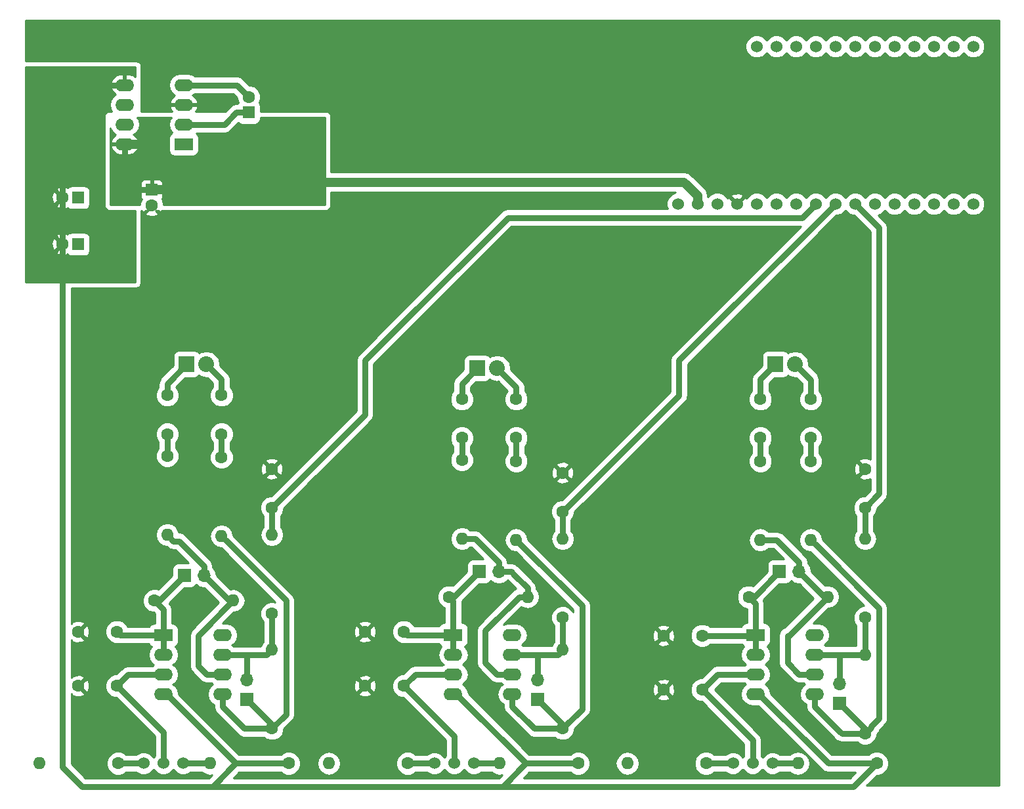
<source format=gbr>
G04 #@! TF.FileFunction,Copper,L2,Bot,Signal*
%FSLAX46Y46*%
G04 Gerber Fmt 4.6, Leading zero omitted, Abs format (unit mm)*
G04 Created by KiCad (PCBNEW 4.0.5) date 03/24/17 14:53:25*
%MOMM*%
%LPD*%
G01*
G04 APERTURE LIST*
%ADD10C,0.100000*%
%ADD11R,2.400000X1.600000*%
%ADD12O,2.400000X1.600000*%
%ADD13R,2.032000X2.032000*%
%ADD14O,2.032000X2.032000*%
%ADD15C,1.524000*%
%ADD16R,1.600000X1.600000*%
%ADD17C,1.600000*%
%ADD18O,1.600000X1.600000*%
%ADD19R,1.700000X1.700000*%
%ADD20O,1.700000X1.700000*%
%ADD21C,0.800000*%
%ADD22C,1.200000*%
%ADD23C,0.254000*%
G04 APERTURE END LIST*
D10*
D11*
X129000000Y-125460000D03*
D12*
X136620000Y-133080000D03*
X129000000Y-128000000D03*
X136620000Y-130540000D03*
X129000000Y-130540000D03*
X136620000Y-128000000D03*
X129000000Y-133080000D03*
X136620000Y-125460000D03*
D13*
X132000000Y-90500000D03*
D14*
X134540000Y-90500000D03*
D13*
X169500000Y-91000000D03*
D14*
X172040000Y-91000000D03*
D13*
X207960000Y-90500000D03*
D14*
X210500000Y-90500000D03*
D11*
X131620000Y-62080000D03*
D12*
X124000000Y-54460000D03*
X131620000Y-59540000D03*
X124000000Y-57000000D03*
X131620000Y-57000000D03*
X124000000Y-59540000D03*
X131620000Y-54460000D03*
X124000000Y-62080000D03*
D11*
X166380000Y-125420000D03*
D12*
X174000000Y-133040000D03*
X166380000Y-127960000D03*
X174000000Y-130500000D03*
X166380000Y-130500000D03*
X174000000Y-127960000D03*
X166380000Y-133040000D03*
X174000000Y-125420000D03*
D11*
X205380000Y-125420000D03*
D12*
X213000000Y-133040000D03*
X205380000Y-127960000D03*
X213000000Y-130500000D03*
X205380000Y-130500000D03*
X213000000Y-127960000D03*
X205380000Y-133040000D03*
X213000000Y-125420000D03*
D15*
X126460000Y-142000000D03*
X129000000Y-142000000D03*
X131540000Y-142000000D03*
X163960000Y-142000000D03*
X166500000Y-142000000D03*
X169040000Y-142000000D03*
X202460000Y-142000000D03*
X205000000Y-142000000D03*
X207540000Y-142000000D03*
X195360000Y-69810000D03*
X197900000Y-69810000D03*
X200440000Y-69810000D03*
X202980000Y-69810000D03*
X205520000Y-69810000D03*
X208060000Y-69810000D03*
X210600000Y-69810000D03*
X213140000Y-69810000D03*
X215680000Y-69810000D03*
X218220000Y-69810000D03*
X220760000Y-69810000D03*
X223300000Y-69810000D03*
X225840000Y-69810000D03*
X228380000Y-69810000D03*
X230920000Y-69810000D03*
X233460000Y-69810000D03*
X233460000Y-49490000D03*
X230920000Y-49490000D03*
X228380000Y-49490000D03*
X225840000Y-49490000D03*
X223300000Y-49490000D03*
X220760000Y-49490000D03*
X218220000Y-49490000D03*
X215680000Y-49490000D03*
X213140000Y-49490000D03*
X210600000Y-49490000D03*
X208060000Y-49490000D03*
X205520000Y-49490000D03*
D16*
X127500000Y-68000000D03*
D17*
X127500000Y-70000000D03*
D16*
X118000000Y-75000000D03*
D17*
X116000000Y-75000000D03*
D16*
X140000000Y-58000000D03*
D17*
X140000000Y-56000000D03*
D16*
X118000000Y-69000000D03*
D17*
X116000000Y-69000000D03*
X118000000Y-132000000D03*
X123000000Y-132000000D03*
X155000000Y-132000000D03*
X160000000Y-132000000D03*
X193500000Y-132500000D03*
X198500000Y-132500000D03*
X118000000Y-125000000D03*
X123000000Y-125000000D03*
X155000000Y-125000000D03*
X160000000Y-125000000D03*
X193500000Y-125500000D03*
X198500000Y-125500000D03*
X136500000Y-99500000D03*
X136500000Y-94500000D03*
X129500000Y-99500000D03*
X129500000Y-94500000D03*
X174500000Y-100000000D03*
X174500000Y-95000000D03*
X167500000Y-100000000D03*
X167500000Y-95000000D03*
X212500000Y-100000000D03*
X212500000Y-95000000D03*
X206000000Y-100000000D03*
X206000000Y-95000000D03*
X143000000Y-104000000D03*
X143000000Y-109000000D03*
X180500000Y-104500000D03*
X180500000Y-109500000D03*
X219500000Y-104000000D03*
X219500000Y-109000000D03*
X123160000Y-142000000D03*
D18*
X113000000Y-142000000D03*
D17*
X145160000Y-142000000D03*
D18*
X135000000Y-142000000D03*
D17*
X136500000Y-102500000D03*
D18*
X136500000Y-112660000D03*
D17*
X129500000Y-102340000D03*
D18*
X129500000Y-112500000D03*
D17*
X127840000Y-121000000D03*
D18*
X138000000Y-121000000D03*
D17*
X143000000Y-137500000D03*
D18*
X143000000Y-127340000D03*
D17*
X143000000Y-122660000D03*
D18*
X143000000Y-112500000D03*
D17*
X160500000Y-142000000D03*
D18*
X150340000Y-142000000D03*
D17*
X182500000Y-142000000D03*
D18*
X172340000Y-142000000D03*
D17*
X199000000Y-142000000D03*
D18*
X188840000Y-142000000D03*
D17*
X221000000Y-142000000D03*
D18*
X210840000Y-142000000D03*
D17*
X174500000Y-103000000D03*
D18*
X174500000Y-113160000D03*
D17*
X167500000Y-102840000D03*
D18*
X167500000Y-113000000D03*
D17*
X212500000Y-103000000D03*
D18*
X212500000Y-113160000D03*
D17*
X206000000Y-103000000D03*
D18*
X206000000Y-113160000D03*
D17*
X165840000Y-120500000D03*
D18*
X176000000Y-120500000D03*
D17*
X204500000Y-120500000D03*
D18*
X214660000Y-120500000D03*
D17*
X180500000Y-137500000D03*
D18*
X180500000Y-127340000D03*
D17*
X219500000Y-138160000D03*
D18*
X219500000Y-128000000D03*
D17*
X180500000Y-123160000D03*
D18*
X180500000Y-113000000D03*
D17*
X219500000Y-123160000D03*
D18*
X219500000Y-113000000D03*
D19*
X139750000Y-133750000D03*
D20*
X139750000Y-131210000D03*
D19*
X131710000Y-117750000D03*
D20*
X134250000Y-117750000D03*
D19*
X177250000Y-133750000D03*
D20*
X177250000Y-131210000D03*
D19*
X169710000Y-117250000D03*
D20*
X172250000Y-117250000D03*
D19*
X216250000Y-134290000D03*
D20*
X216250000Y-131750000D03*
D19*
X208460000Y-117250000D03*
D20*
X211000000Y-117250000D03*
D21*
X140000000Y-58000000D02*
X138400000Y-58000000D01*
X138400000Y-58000000D02*
X136860000Y-59540000D01*
X136860000Y-59540000D02*
X133620000Y-59540000D01*
X133620000Y-59540000D02*
X131620000Y-59540000D01*
X131620000Y-54460000D02*
X138460000Y-54460000D01*
X138460000Y-54460000D02*
X140000000Y-56000000D01*
X129500000Y-94500000D02*
X129500000Y-93000000D01*
X129500000Y-93000000D02*
X132000000Y-90500000D01*
X167500000Y-95000000D02*
X167500000Y-93000000D01*
X167500000Y-93000000D02*
X169500000Y-91000000D01*
X206000000Y-95000000D02*
X206000000Y-92460000D01*
X206000000Y-92460000D02*
X207960000Y-90500000D01*
X155000000Y-97000000D02*
X155000000Y-90000000D01*
X143000000Y-109000000D02*
X143799999Y-108200001D01*
X143799999Y-108200001D02*
X155000000Y-97000000D01*
X143000000Y-112500000D02*
X143000000Y-109000000D01*
X155000000Y-90000000D02*
X173427999Y-71572001D01*
X173427999Y-71572001D02*
X211377999Y-71572001D01*
X211377999Y-71572001D02*
X212378001Y-70571999D01*
X212378001Y-70571999D02*
X213140000Y-69810000D01*
X180500000Y-113000000D02*
X180500000Y-109500000D01*
X195490000Y-90000000D02*
X195490000Y-94000000D01*
X195490000Y-94510000D02*
X195490000Y-94000000D01*
X180500000Y-109500000D02*
X195490000Y-94510000D01*
X195490000Y-90000000D02*
X215680000Y-69810000D01*
X219500000Y-113000000D02*
X219500000Y-110500000D01*
X219500000Y-109000000D02*
X221300001Y-107199999D01*
X221300001Y-107199999D02*
X221300001Y-72890001D01*
X219500000Y-110500000D02*
X219500000Y-109000000D01*
X221300001Y-72890001D02*
X218981999Y-70571999D01*
X218981999Y-70571999D02*
X218220000Y-69810000D01*
D22*
X127500000Y-68000000D02*
X130320000Y-68000000D01*
X130320000Y-68000000D02*
X131320000Y-67000000D01*
X196167630Y-67000000D02*
X131320000Y-67000000D01*
X126400000Y-62080000D02*
X124000000Y-62080000D01*
X131320000Y-67000000D02*
X126400000Y-62080000D01*
X197900000Y-69810000D02*
X197900000Y-68732370D01*
X197900000Y-68732370D02*
X196167630Y-67000000D01*
D21*
X124000000Y-62080000D02*
X124000000Y-66100000D01*
X124000000Y-66100000D02*
X125900000Y-68000000D01*
X125900000Y-68000000D02*
X127500000Y-68000000D01*
X123920000Y-62000000D02*
X124000000Y-62080000D01*
X124000000Y-62080000D02*
X124400000Y-62080000D01*
X124000000Y-54460000D02*
X122000000Y-54460000D01*
X122000000Y-54460000D02*
X116000000Y-60460000D01*
X116000000Y-60460000D02*
X116000000Y-67868630D01*
X116000000Y-67868630D02*
X116000000Y-69000000D01*
X116000000Y-75000000D02*
X116000000Y-142500000D01*
X118500000Y-145000000D02*
X132000000Y-145000000D01*
X116000000Y-142500000D02*
X118500000Y-145000000D01*
X132000000Y-145000000D02*
X171500000Y-145000000D01*
X138320000Y-142000000D02*
X135320000Y-145000000D01*
X135320000Y-145000000D02*
X132000000Y-145000000D01*
X172740000Y-145000000D02*
X171500000Y-145000000D01*
X171500000Y-145000000D02*
X218000000Y-145000000D01*
X175740000Y-142000000D02*
X172740000Y-145000000D01*
X218000000Y-145000000D02*
X221000000Y-142000000D01*
X205380000Y-133040000D02*
X205780000Y-133040000D01*
X205780000Y-133040000D02*
X214740000Y-142000000D01*
X214740000Y-142000000D02*
X219868630Y-142000000D01*
X219868630Y-142000000D02*
X221000000Y-142000000D01*
X175740000Y-142000000D02*
X182500000Y-142000000D01*
X166780000Y-133040000D02*
X175740000Y-142000000D01*
X166780000Y-133040000D02*
X166380000Y-133040000D01*
X129000000Y-133080000D02*
X129400000Y-133080000D01*
X129400000Y-133080000D02*
X138320000Y-142000000D01*
X138320000Y-142000000D02*
X144028630Y-142000000D01*
X144028630Y-142000000D02*
X145160000Y-142000000D01*
X116000000Y-69000000D02*
X116000000Y-75000000D01*
X129000000Y-138000000D02*
X129000000Y-142000000D01*
X123000000Y-132000000D02*
X124460000Y-130540000D01*
X124460000Y-130540000D02*
X129000000Y-130540000D01*
X129000000Y-138000000D02*
X123000000Y-132000000D01*
X166500000Y-142000000D02*
X166500000Y-138500000D01*
X166500000Y-138500000D02*
X160000000Y-132000000D01*
X166380000Y-130500000D02*
X161500000Y-130500000D01*
X161500000Y-130500000D02*
X160000000Y-132000000D01*
X205000000Y-142000000D02*
X205000000Y-139000000D01*
X205000000Y-139000000D02*
X198500000Y-132500000D01*
X205380000Y-130500000D02*
X200500000Y-130500000D01*
X200500000Y-130500000D02*
X198500000Y-132500000D01*
X127840000Y-121000000D02*
X128460000Y-121000000D01*
X128460000Y-121000000D02*
X131710000Y-117750000D01*
X129000000Y-128000000D02*
X129000000Y-125460000D01*
X129000000Y-125460000D02*
X129000000Y-122160000D01*
X129000000Y-122160000D02*
X127840000Y-121000000D01*
X129000000Y-125460000D02*
X123460000Y-125460000D01*
X123460000Y-125460000D02*
X123000000Y-125000000D01*
X166460000Y-120500000D02*
X169710000Y-117250000D01*
X166380000Y-125420000D02*
X166380000Y-122750000D01*
X166380000Y-122750000D02*
X166380000Y-121040000D01*
X166380000Y-122230000D02*
X166380000Y-122750000D01*
X165840000Y-120500000D02*
X166460000Y-120500000D01*
X166380000Y-121040000D02*
X165840000Y-120500000D01*
X166380000Y-127960000D02*
X166380000Y-125420000D01*
X166380000Y-125420000D02*
X160420000Y-125420000D01*
X160420000Y-125420000D02*
X160000000Y-125000000D01*
X204500000Y-120500000D02*
X205210000Y-120500000D01*
X205210000Y-120500000D02*
X208460000Y-117250000D01*
X198500000Y-125500000D02*
X205300000Y-125500000D01*
X205300000Y-125500000D02*
X205380000Y-125420000D01*
X205380000Y-127960000D02*
X205380000Y-125420000D01*
X205380000Y-125420000D02*
X205380000Y-121380000D01*
X205380000Y-121380000D02*
X204500000Y-120500000D01*
X136500000Y-99500000D02*
X136500000Y-102500000D01*
X136500000Y-94500000D02*
X136500000Y-92460000D01*
X136500000Y-92460000D02*
X134540000Y-90500000D01*
X129500000Y-99500000D02*
X129500000Y-102340000D01*
X174500000Y-103000000D02*
X174500000Y-100000000D01*
X174500000Y-95000000D02*
X174500000Y-93460000D01*
X174500000Y-93460000D02*
X172040000Y-91000000D01*
X167500000Y-100000000D02*
X167500000Y-102840000D01*
X212500000Y-100000000D02*
X212500000Y-103000000D01*
X212500000Y-95000000D02*
X212500000Y-92500000D01*
X212500000Y-92500000D02*
X210500000Y-90500000D01*
X206000000Y-100000000D02*
X206000000Y-103000000D01*
X126460000Y-142000000D02*
X123160000Y-142000000D01*
X131540000Y-142000000D02*
X135000000Y-142000000D01*
X160500000Y-142000000D02*
X163960000Y-142000000D01*
X169040000Y-142000000D02*
X172340000Y-142000000D01*
X199000000Y-142000000D02*
X202460000Y-142000000D01*
X207540000Y-142000000D02*
X210840000Y-142000000D01*
X143000000Y-137500000D02*
X143000000Y-137000000D01*
X143000000Y-137000000D02*
X139750000Y-133750000D01*
X143000000Y-137500000D02*
X139750000Y-137500000D01*
X139750000Y-137500000D02*
X139440000Y-137500000D01*
X144800001Y-120960001D02*
X137299999Y-113459999D01*
X139440000Y-137500000D02*
X136620000Y-134680000D01*
X136620000Y-134680000D02*
X136620000Y-133080000D01*
X143000000Y-137500000D02*
X144800001Y-135699999D01*
X144800001Y-135699999D02*
X144800001Y-120960001D01*
X137299999Y-113459999D02*
X136500000Y-112660000D01*
X136660000Y-112820000D02*
X136500000Y-112660000D01*
X134250000Y-117750000D02*
X134250000Y-116547919D01*
X134250000Y-116547919D02*
X131002080Y-113299999D01*
X131002080Y-113299999D02*
X130299999Y-113299999D01*
X130299999Y-113299999D02*
X129500000Y-112500000D01*
X138000000Y-121000000D02*
X137500000Y-121000000D01*
X137500000Y-121000000D02*
X134250000Y-117750000D01*
X133500000Y-129420000D02*
X133500000Y-125500000D01*
X133500000Y-125500000D02*
X138000000Y-121000000D01*
X136620000Y-130540000D02*
X134620000Y-130540000D01*
X134620000Y-130540000D02*
X133500000Y-129420000D01*
X136620000Y-128000000D02*
X139750000Y-128000000D01*
X139750000Y-128000000D02*
X142340000Y-128000000D01*
X139750000Y-131210000D02*
X139750000Y-130007919D01*
X139750000Y-130007919D02*
X139750000Y-128000000D01*
X143000000Y-122660000D02*
X143000000Y-127340000D01*
X142340000Y-128000000D02*
X143000000Y-127340000D01*
X180500000Y-137500000D02*
X180500000Y-137000000D01*
X180500000Y-137000000D02*
X177250000Y-133750000D01*
X176860000Y-137500000D02*
X177000000Y-137500000D01*
X177000000Y-137500000D02*
X179368630Y-137500000D01*
X183000000Y-121660000D02*
X174500000Y-113160000D01*
X183000000Y-135000000D02*
X183000000Y-121660000D01*
X180500000Y-137500000D02*
X183000000Y-135000000D01*
X174000000Y-133040000D02*
X174000000Y-134640000D01*
X174000000Y-134640000D02*
X176860000Y-137500000D01*
X179368630Y-137500000D02*
X180500000Y-137500000D01*
X172250000Y-117250000D02*
X172250000Y-116047919D01*
X172250000Y-116047919D02*
X169202081Y-113000000D01*
X169202081Y-113000000D02*
X168631370Y-113000000D01*
X168631370Y-113000000D02*
X167500000Y-113000000D01*
X174250000Y-117618630D02*
X173881370Y-117250000D01*
X173881370Y-117250000D02*
X172250000Y-117250000D01*
X176000000Y-120500000D02*
X176000000Y-119368630D01*
X176000000Y-119368630D02*
X174250000Y-117618630D01*
X175000000Y-120500000D02*
X176000000Y-120500000D01*
X170500000Y-129000000D02*
X170500000Y-124868630D01*
X174868630Y-120500000D02*
X176000000Y-120500000D01*
X170500000Y-124868630D02*
X174868630Y-120500000D01*
X172000000Y-130500000D02*
X170500000Y-129000000D01*
X174000000Y-130500000D02*
X172000000Y-130500000D01*
X219500000Y-138160000D02*
X219500000Y-137540000D01*
X219500000Y-137540000D02*
X216250000Y-134290000D01*
X216520000Y-138160000D02*
X216250000Y-137890000D01*
X216250000Y-137890000D02*
X213000000Y-134640000D01*
X221300001Y-121960001D02*
X213299999Y-113959999D01*
X220299999Y-137200001D02*
X221300001Y-136199999D01*
X221300001Y-136199999D02*
X221300001Y-121960001D01*
X213299999Y-113959999D02*
X212500000Y-113160000D01*
X219500000Y-138160000D02*
X220299999Y-137360001D01*
X220299999Y-137360001D02*
X220299999Y-137200001D01*
X219500000Y-138160000D02*
X216520000Y-138160000D01*
X213000000Y-134640000D02*
X213000000Y-133040000D01*
X211000000Y-117250000D02*
X211000000Y-116047919D01*
X211000000Y-116047919D02*
X208112081Y-113160000D01*
X208112081Y-113160000D02*
X207131370Y-113160000D01*
X207131370Y-113160000D02*
X206000000Y-113160000D01*
X214660000Y-120500000D02*
X214250000Y-120500000D01*
X214250000Y-120500000D02*
X211000000Y-117250000D01*
X209500000Y-129000000D02*
X209500000Y-125500000D01*
X214660000Y-120500000D02*
X209660000Y-125500000D01*
X209660000Y-125500000D02*
X209500000Y-125500000D01*
X213000000Y-130500000D02*
X211000000Y-130500000D01*
X211000000Y-130500000D02*
X209500000Y-129000000D01*
X177250000Y-127960000D02*
X179880000Y-127960000D01*
X174000000Y-127960000D02*
X177250000Y-127960000D01*
X177250000Y-127960000D02*
X177250000Y-131210000D01*
X180500000Y-123160000D02*
X180500000Y-127340000D01*
X179880000Y-127960000D02*
X180500000Y-127340000D01*
X213000000Y-127960000D02*
X216250000Y-127960000D01*
X216250000Y-127960000D02*
X219460000Y-127960000D01*
X216250000Y-131750000D02*
X216250000Y-130547919D01*
X216250000Y-130547919D02*
X216250000Y-127960000D01*
X219500000Y-123160000D02*
X219500000Y-128000000D01*
X219460000Y-127960000D02*
X219500000Y-128000000D01*
D23*
G36*
X125373000Y-53429347D02*
X125066483Y-53182834D01*
X124527000Y-53025000D01*
X124127000Y-53025000D01*
X124127000Y-54333000D01*
X124147000Y-54333000D01*
X124147000Y-54587000D01*
X124127000Y-54587000D01*
X124127000Y-54607000D01*
X123873000Y-54607000D01*
X123873000Y-54587000D01*
X122330085Y-54587000D01*
X122208096Y-54809039D01*
X122225633Y-54891819D01*
X122495500Y-55384896D01*
X122853186Y-55672561D01*
X122482496Y-55920248D01*
X122151484Y-56415642D01*
X122035248Y-57000000D01*
X122151484Y-57584358D01*
X122339003Y-57865000D01*
X122000000Y-57865000D01*
X121769205Y-57908427D01*
X121557233Y-58044827D01*
X121415029Y-58252949D01*
X121365000Y-58500000D01*
X121365000Y-70000000D01*
X121408427Y-70230795D01*
X121544827Y-70442767D01*
X121752949Y-70584971D01*
X122000000Y-70635000D01*
X125373000Y-70635000D01*
X125373000Y-79873000D01*
X111200000Y-79873000D01*
X111200000Y-74783223D01*
X114553035Y-74783223D01*
X114580222Y-75353454D01*
X114746136Y-75754005D01*
X114992255Y-75828139D01*
X115820395Y-75000000D01*
X114992255Y-74171861D01*
X114746136Y-74245995D01*
X114553035Y-74783223D01*
X111200000Y-74783223D01*
X111200000Y-73992255D01*
X115171861Y-73992255D01*
X116000000Y-74820395D01*
X116014142Y-74806252D01*
X116193748Y-74985858D01*
X116179605Y-75000000D01*
X116193748Y-75014143D01*
X116014142Y-75193748D01*
X116000000Y-75179605D01*
X115171861Y-76007745D01*
X115245995Y-76253864D01*
X115783223Y-76446965D01*
X116353454Y-76419778D01*
X116654631Y-76295026D01*
X116668672Y-76316846D01*
X116911615Y-76482843D01*
X117200000Y-76541242D01*
X118800000Y-76541242D01*
X119069410Y-76490549D01*
X119316846Y-76331328D01*
X119482843Y-76088385D01*
X119541242Y-75800000D01*
X119541242Y-74200000D01*
X119490549Y-73930590D01*
X119331328Y-73683154D01*
X119088385Y-73517157D01*
X118800000Y-73458758D01*
X117200000Y-73458758D01*
X116930590Y-73509451D01*
X116683154Y-73668672D01*
X116654631Y-73710417D01*
X116216777Y-73553035D01*
X115646546Y-73580222D01*
X115245995Y-73746136D01*
X115171861Y-73992255D01*
X111200000Y-73992255D01*
X111200000Y-68783223D01*
X114553035Y-68783223D01*
X114580222Y-69353454D01*
X114746136Y-69754005D01*
X114992255Y-69828139D01*
X115820395Y-69000000D01*
X114992255Y-68171861D01*
X114746136Y-68245995D01*
X114553035Y-68783223D01*
X111200000Y-68783223D01*
X111200000Y-67992255D01*
X115171861Y-67992255D01*
X116000000Y-68820395D01*
X116014142Y-68806252D01*
X116193748Y-68985858D01*
X116179605Y-69000000D01*
X116193748Y-69014143D01*
X116014142Y-69193748D01*
X116000000Y-69179605D01*
X115171861Y-70007745D01*
X115245995Y-70253864D01*
X115783223Y-70446965D01*
X116353454Y-70419778D01*
X116654631Y-70295026D01*
X116668672Y-70316846D01*
X116911615Y-70482843D01*
X117200000Y-70541242D01*
X118800000Y-70541242D01*
X119069410Y-70490549D01*
X119316846Y-70331328D01*
X119482843Y-70088385D01*
X119541242Y-69800000D01*
X119541242Y-68200000D01*
X119490549Y-67930590D01*
X119331328Y-67683154D01*
X119088385Y-67517157D01*
X118800000Y-67458758D01*
X117200000Y-67458758D01*
X116930590Y-67509451D01*
X116683154Y-67668672D01*
X116654631Y-67710417D01*
X116216777Y-67553035D01*
X115646546Y-67580222D01*
X115245995Y-67746136D01*
X115171861Y-67992255D01*
X111200000Y-67992255D01*
X111200000Y-54110961D01*
X122208096Y-54110961D01*
X122330085Y-54333000D01*
X123873000Y-54333000D01*
X123873000Y-53025000D01*
X123473000Y-53025000D01*
X122933517Y-53182834D01*
X122495500Y-53535104D01*
X122225633Y-54028181D01*
X122208096Y-54110961D01*
X111200000Y-54110961D01*
X111200000Y-52127000D01*
X125373000Y-52127000D01*
X125373000Y-53429347D01*
X125373000Y-53429347D01*
G37*
X125373000Y-53429347D02*
X125066483Y-53182834D01*
X124527000Y-53025000D01*
X124127000Y-53025000D01*
X124127000Y-54333000D01*
X124147000Y-54333000D01*
X124147000Y-54587000D01*
X124127000Y-54587000D01*
X124127000Y-54607000D01*
X123873000Y-54607000D01*
X123873000Y-54587000D01*
X122330085Y-54587000D01*
X122208096Y-54809039D01*
X122225633Y-54891819D01*
X122495500Y-55384896D01*
X122853186Y-55672561D01*
X122482496Y-55920248D01*
X122151484Y-56415642D01*
X122035248Y-57000000D01*
X122151484Y-57584358D01*
X122339003Y-57865000D01*
X122000000Y-57865000D01*
X121769205Y-57908427D01*
X121557233Y-58044827D01*
X121415029Y-58252949D01*
X121365000Y-58500000D01*
X121365000Y-70000000D01*
X121408427Y-70230795D01*
X121544827Y-70442767D01*
X121752949Y-70584971D01*
X122000000Y-70635000D01*
X125373000Y-70635000D01*
X125373000Y-79873000D01*
X111200000Y-79873000D01*
X111200000Y-74783223D01*
X114553035Y-74783223D01*
X114580222Y-75353454D01*
X114746136Y-75754005D01*
X114992255Y-75828139D01*
X115820395Y-75000000D01*
X114992255Y-74171861D01*
X114746136Y-74245995D01*
X114553035Y-74783223D01*
X111200000Y-74783223D01*
X111200000Y-73992255D01*
X115171861Y-73992255D01*
X116000000Y-74820395D01*
X116014142Y-74806252D01*
X116193748Y-74985858D01*
X116179605Y-75000000D01*
X116193748Y-75014143D01*
X116014142Y-75193748D01*
X116000000Y-75179605D01*
X115171861Y-76007745D01*
X115245995Y-76253864D01*
X115783223Y-76446965D01*
X116353454Y-76419778D01*
X116654631Y-76295026D01*
X116668672Y-76316846D01*
X116911615Y-76482843D01*
X117200000Y-76541242D01*
X118800000Y-76541242D01*
X119069410Y-76490549D01*
X119316846Y-76331328D01*
X119482843Y-76088385D01*
X119541242Y-75800000D01*
X119541242Y-74200000D01*
X119490549Y-73930590D01*
X119331328Y-73683154D01*
X119088385Y-73517157D01*
X118800000Y-73458758D01*
X117200000Y-73458758D01*
X116930590Y-73509451D01*
X116683154Y-73668672D01*
X116654631Y-73710417D01*
X116216777Y-73553035D01*
X115646546Y-73580222D01*
X115245995Y-73746136D01*
X115171861Y-73992255D01*
X111200000Y-73992255D01*
X111200000Y-68783223D01*
X114553035Y-68783223D01*
X114580222Y-69353454D01*
X114746136Y-69754005D01*
X114992255Y-69828139D01*
X115820395Y-69000000D01*
X114992255Y-68171861D01*
X114746136Y-68245995D01*
X114553035Y-68783223D01*
X111200000Y-68783223D01*
X111200000Y-67992255D01*
X115171861Y-67992255D01*
X116000000Y-68820395D01*
X116014142Y-68806252D01*
X116193748Y-68985858D01*
X116179605Y-69000000D01*
X116193748Y-69014143D01*
X116014142Y-69193748D01*
X116000000Y-69179605D01*
X115171861Y-70007745D01*
X115245995Y-70253864D01*
X115783223Y-70446965D01*
X116353454Y-70419778D01*
X116654631Y-70295026D01*
X116668672Y-70316846D01*
X116911615Y-70482843D01*
X117200000Y-70541242D01*
X118800000Y-70541242D01*
X119069410Y-70490549D01*
X119316846Y-70331328D01*
X119482843Y-70088385D01*
X119541242Y-69800000D01*
X119541242Y-68200000D01*
X119490549Y-67930590D01*
X119331328Y-67683154D01*
X119088385Y-67517157D01*
X118800000Y-67458758D01*
X117200000Y-67458758D01*
X116930590Y-67509451D01*
X116683154Y-67668672D01*
X116654631Y-67710417D01*
X116216777Y-67553035D01*
X115646546Y-67580222D01*
X115245995Y-67746136D01*
X115171861Y-67992255D01*
X111200000Y-67992255D01*
X111200000Y-54110961D01*
X122208096Y-54110961D01*
X122330085Y-54333000D01*
X123873000Y-54333000D01*
X123873000Y-53025000D01*
X123473000Y-53025000D01*
X122933517Y-53182834D01*
X122495500Y-53535104D01*
X122225633Y-54028181D01*
X122208096Y-54110961D01*
X111200000Y-54110961D01*
X111200000Y-52127000D01*
X125373000Y-52127000D01*
X125373000Y-53429347D01*
G36*
X129771484Y-58955642D02*
X129655248Y-59540000D01*
X129771484Y-60124358D01*
X130102496Y-60619752D01*
X130102989Y-60620081D01*
X129903154Y-60748672D01*
X129737157Y-60991615D01*
X129678758Y-61280000D01*
X129678758Y-62880000D01*
X129729451Y-63149410D01*
X129888672Y-63396846D01*
X130131615Y-63562843D01*
X130420000Y-63621242D01*
X132820000Y-63621242D01*
X133089410Y-63570549D01*
X133336846Y-63411328D01*
X133502843Y-63168385D01*
X133561242Y-62880000D01*
X133561242Y-61280000D01*
X133510549Y-61010590D01*
X133351328Y-60763154D01*
X133210603Y-60667000D01*
X136860000Y-60667000D01*
X137291284Y-60581212D01*
X137656909Y-60336909D01*
X138673603Y-59320215D01*
X138911615Y-59482843D01*
X139200000Y-59541242D01*
X140800000Y-59541242D01*
X141069410Y-59490549D01*
X141316846Y-59331328D01*
X141482843Y-59088385D01*
X141541242Y-58800000D01*
X141541242Y-58627000D01*
X149873000Y-58627000D01*
X149873000Y-69873000D01*
X129027112Y-69873000D01*
X129027265Y-69697593D01*
X128814752Y-69183273D01*
X128838327Y-69159698D01*
X128935000Y-68926309D01*
X128935000Y-68285750D01*
X128776250Y-68127000D01*
X127627000Y-68127000D01*
X127627000Y-68147000D01*
X127373000Y-68147000D01*
X127373000Y-68127000D01*
X126223750Y-68127000D01*
X126065000Y-68285750D01*
X126065000Y-68926309D01*
X126161673Y-69159698D01*
X126185584Y-69183609D01*
X125973265Y-69694928D01*
X125973110Y-69873000D01*
X122127000Y-69873000D01*
X122127000Y-67073691D01*
X126065000Y-67073691D01*
X126065000Y-67714250D01*
X126223750Y-67873000D01*
X127373000Y-67873000D01*
X127373000Y-66723750D01*
X127627000Y-66723750D01*
X127627000Y-67873000D01*
X128776250Y-67873000D01*
X128935000Y-67714250D01*
X128935000Y-67073691D01*
X128838327Y-66840302D01*
X128659699Y-66661673D01*
X128426310Y-66565000D01*
X127785750Y-66565000D01*
X127627000Y-66723750D01*
X127373000Y-66723750D01*
X127214250Y-66565000D01*
X126573690Y-66565000D01*
X126340301Y-66661673D01*
X126161673Y-66840302D01*
X126065000Y-67073691D01*
X122127000Y-67073691D01*
X122127000Y-62429039D01*
X122208096Y-62429039D01*
X122225633Y-62511819D01*
X122495500Y-63004896D01*
X122933517Y-63357166D01*
X123473000Y-63515000D01*
X123873000Y-63515000D01*
X123873000Y-62207000D01*
X124127000Y-62207000D01*
X124127000Y-63515000D01*
X124527000Y-63515000D01*
X125066483Y-63357166D01*
X125504500Y-63004896D01*
X125774367Y-62511819D01*
X125791904Y-62429039D01*
X125669915Y-62207000D01*
X124127000Y-62207000D01*
X123873000Y-62207000D01*
X122330085Y-62207000D01*
X122208096Y-62429039D01*
X122127000Y-62429039D01*
X122127000Y-60001269D01*
X122151484Y-60124358D01*
X122482496Y-60619752D01*
X122853186Y-60867439D01*
X122495500Y-61155104D01*
X122225633Y-61648181D01*
X122208096Y-61730961D01*
X122330085Y-61953000D01*
X123873000Y-61953000D01*
X123873000Y-61933000D01*
X124127000Y-61933000D01*
X124127000Y-61953000D01*
X125669915Y-61953000D01*
X125791904Y-61730961D01*
X125774367Y-61648181D01*
X125504500Y-61155104D01*
X125146814Y-60867439D01*
X125517504Y-60619752D01*
X125848516Y-60124358D01*
X125964752Y-59540000D01*
X125848516Y-58955642D01*
X125628924Y-58627000D01*
X129991076Y-58627000D01*
X129771484Y-58955642D01*
X129771484Y-58955642D01*
G37*
X129771484Y-58955642D02*
X129655248Y-59540000D01*
X129771484Y-60124358D01*
X130102496Y-60619752D01*
X130102989Y-60620081D01*
X129903154Y-60748672D01*
X129737157Y-60991615D01*
X129678758Y-61280000D01*
X129678758Y-62880000D01*
X129729451Y-63149410D01*
X129888672Y-63396846D01*
X130131615Y-63562843D01*
X130420000Y-63621242D01*
X132820000Y-63621242D01*
X133089410Y-63570549D01*
X133336846Y-63411328D01*
X133502843Y-63168385D01*
X133561242Y-62880000D01*
X133561242Y-61280000D01*
X133510549Y-61010590D01*
X133351328Y-60763154D01*
X133210603Y-60667000D01*
X136860000Y-60667000D01*
X137291284Y-60581212D01*
X137656909Y-60336909D01*
X138673603Y-59320215D01*
X138911615Y-59482843D01*
X139200000Y-59541242D01*
X140800000Y-59541242D01*
X141069410Y-59490549D01*
X141316846Y-59331328D01*
X141482843Y-59088385D01*
X141541242Y-58800000D01*
X141541242Y-58627000D01*
X149873000Y-58627000D01*
X149873000Y-69873000D01*
X129027112Y-69873000D01*
X129027265Y-69697593D01*
X128814752Y-69183273D01*
X128838327Y-69159698D01*
X128935000Y-68926309D01*
X128935000Y-68285750D01*
X128776250Y-68127000D01*
X127627000Y-68127000D01*
X127627000Y-68147000D01*
X127373000Y-68147000D01*
X127373000Y-68127000D01*
X126223750Y-68127000D01*
X126065000Y-68285750D01*
X126065000Y-68926309D01*
X126161673Y-69159698D01*
X126185584Y-69183609D01*
X125973265Y-69694928D01*
X125973110Y-69873000D01*
X122127000Y-69873000D01*
X122127000Y-67073691D01*
X126065000Y-67073691D01*
X126065000Y-67714250D01*
X126223750Y-67873000D01*
X127373000Y-67873000D01*
X127373000Y-66723750D01*
X127627000Y-66723750D01*
X127627000Y-67873000D01*
X128776250Y-67873000D01*
X128935000Y-67714250D01*
X128935000Y-67073691D01*
X128838327Y-66840302D01*
X128659699Y-66661673D01*
X128426310Y-66565000D01*
X127785750Y-66565000D01*
X127627000Y-66723750D01*
X127373000Y-66723750D01*
X127214250Y-66565000D01*
X126573690Y-66565000D01*
X126340301Y-66661673D01*
X126161673Y-66840302D01*
X126065000Y-67073691D01*
X122127000Y-67073691D01*
X122127000Y-62429039D01*
X122208096Y-62429039D01*
X122225633Y-62511819D01*
X122495500Y-63004896D01*
X122933517Y-63357166D01*
X123473000Y-63515000D01*
X123873000Y-63515000D01*
X123873000Y-62207000D01*
X124127000Y-62207000D01*
X124127000Y-63515000D01*
X124527000Y-63515000D01*
X125066483Y-63357166D01*
X125504500Y-63004896D01*
X125774367Y-62511819D01*
X125791904Y-62429039D01*
X125669915Y-62207000D01*
X124127000Y-62207000D01*
X123873000Y-62207000D01*
X122330085Y-62207000D01*
X122208096Y-62429039D01*
X122127000Y-62429039D01*
X122127000Y-60001269D01*
X122151484Y-60124358D01*
X122482496Y-60619752D01*
X122853186Y-60867439D01*
X122495500Y-61155104D01*
X122225633Y-61648181D01*
X122208096Y-61730961D01*
X122330085Y-61953000D01*
X123873000Y-61953000D01*
X123873000Y-61933000D01*
X124127000Y-61933000D01*
X124127000Y-61953000D01*
X125669915Y-61953000D01*
X125791904Y-61730961D01*
X125774367Y-61648181D01*
X125504500Y-61155104D01*
X125146814Y-60867439D01*
X125517504Y-60619752D01*
X125848516Y-60124358D01*
X125964752Y-59540000D01*
X125848516Y-58955642D01*
X125628924Y-58627000D01*
X129991076Y-58627000D01*
X129771484Y-58955642D01*
G36*
X236780000Y-144873000D02*
X219720818Y-144873000D01*
X221066759Y-143527059D01*
X221302407Y-143527265D01*
X221863846Y-143295283D01*
X222293773Y-142866106D01*
X222526735Y-142305072D01*
X222527265Y-141697593D01*
X222295283Y-141136154D01*
X221866106Y-140706227D01*
X221305072Y-140473265D01*
X220697593Y-140472735D01*
X220136154Y-140704717D01*
X219967577Y-140873000D01*
X215206819Y-140873000D01*
X207337535Y-133003717D01*
X207228516Y-132455642D01*
X206897504Y-131960248D01*
X206612778Y-131770000D01*
X206897504Y-131579752D01*
X207228516Y-131084358D01*
X207344752Y-130500000D01*
X207228516Y-129915642D01*
X206897504Y-129420248D01*
X206612778Y-129230000D01*
X206897504Y-129039752D01*
X207228516Y-128544358D01*
X207344752Y-127960000D01*
X207228516Y-127375642D01*
X206897504Y-126880248D01*
X206897011Y-126879919D01*
X207096846Y-126751328D01*
X207262843Y-126508385D01*
X207321242Y-126220000D01*
X207321242Y-124620000D01*
X207270549Y-124350590D01*
X207111328Y-124103154D01*
X206868385Y-123937157D01*
X206580000Y-123878758D01*
X206507000Y-123878758D01*
X206507000Y-121380000D01*
X206421212Y-120948716D01*
X206394732Y-120909086D01*
X208462576Y-118841242D01*
X209310000Y-118841242D01*
X209579410Y-118790549D01*
X209826846Y-118631328D01*
X209955433Y-118443136D01*
X210396508Y-118737853D01*
X211000000Y-118857895D01*
X211011741Y-118855559D01*
X212861182Y-120705000D01*
X209116998Y-124449184D01*
X209068716Y-124458788D01*
X208703091Y-124703091D01*
X208458788Y-125068716D01*
X208373000Y-125500000D01*
X208373000Y-129000000D01*
X208458788Y-129431284D01*
X208703091Y-129796909D01*
X210203090Y-131296909D01*
X210445360Y-131458788D01*
X210568716Y-131541212D01*
X211000000Y-131627000D01*
X211553208Y-131627000D01*
X211767222Y-131770000D01*
X211482496Y-131960248D01*
X211151484Y-132455642D01*
X211035248Y-133040000D01*
X211151484Y-133624358D01*
X211482496Y-134119752D01*
X211873000Y-134380679D01*
X211873000Y-134640000D01*
X211958788Y-135071284D01*
X212203091Y-135436909D01*
X215453091Y-138686909D01*
X215723091Y-138956910D01*
X216088716Y-139201212D01*
X216520000Y-139287000D01*
X218467412Y-139287000D01*
X218633894Y-139453773D01*
X219194928Y-139686735D01*
X219802407Y-139687265D01*
X220363846Y-139455283D01*
X220793773Y-139026106D01*
X221026735Y-138465072D01*
X221026943Y-138226876D01*
X221096908Y-138156911D01*
X221341211Y-137791286D01*
X221350815Y-137743003D01*
X222096910Y-136996909D01*
X222341213Y-136631284D01*
X222367942Y-136496908D01*
X222427001Y-136199999D01*
X222427001Y-121960001D01*
X222341213Y-121528717D01*
X222096910Y-121163091D01*
X214096910Y-113163092D01*
X214096908Y-113163089D01*
X214017837Y-113084018D01*
X213910764Y-112545726D01*
X213579752Y-112050332D01*
X213084358Y-111719320D01*
X212500000Y-111603084D01*
X211915642Y-111719320D01*
X211420248Y-112050332D01*
X211089236Y-112545726D01*
X210973000Y-113130084D01*
X210973000Y-113189916D01*
X211089236Y-113774274D01*
X211420248Y-114269668D01*
X211915642Y-114600680D01*
X212453934Y-114707753D01*
X212503089Y-114756908D01*
X212503092Y-114756910D01*
X219379074Y-121632893D01*
X219197593Y-121632735D01*
X218636154Y-121864717D01*
X218206227Y-122293894D01*
X217973265Y-122854928D01*
X217972735Y-123462407D01*
X218204717Y-124023846D01*
X218373000Y-124192423D01*
X218373000Y-126833000D01*
X214446792Y-126833000D01*
X214232778Y-126690000D01*
X214517504Y-126499752D01*
X214848516Y-126004358D01*
X214964752Y-125420000D01*
X214848516Y-124835642D01*
X214517504Y-124340248D01*
X214022110Y-124009236D01*
X213437752Y-123893000D01*
X212860818Y-123893000D01*
X214735981Y-122017837D01*
X215274274Y-121910764D01*
X215769668Y-121579752D01*
X216100680Y-121084358D01*
X216216916Y-120500000D01*
X216100680Y-119915642D01*
X215769668Y-119420248D01*
X215274274Y-119089236D01*
X214689916Y-118973000D01*
X214630084Y-118973000D01*
X214368792Y-119024974D01*
X212577000Y-117233182D01*
X212577000Y-117219105D01*
X212456958Y-116615613D01*
X212127000Y-116121797D01*
X212127000Y-116047919D01*
X212041212Y-115616635D01*
X211796909Y-115251010D01*
X208908990Y-112363091D01*
X208543365Y-112118788D01*
X208112081Y-112033000D01*
X207053813Y-112033000D01*
X206584358Y-111719320D01*
X206000000Y-111603084D01*
X205415642Y-111719320D01*
X204920248Y-112050332D01*
X204589236Y-112545726D01*
X204473000Y-113130084D01*
X204473000Y-113189916D01*
X204589236Y-113774274D01*
X204920248Y-114269668D01*
X205415642Y-114600680D01*
X206000000Y-114716916D01*
X206584358Y-114600680D01*
X207053813Y-114287000D01*
X207645263Y-114287000D01*
X209017021Y-115658758D01*
X207610000Y-115658758D01*
X207340590Y-115709451D01*
X207093154Y-115868672D01*
X206927157Y-116111615D01*
X206868758Y-116400000D01*
X206868758Y-117247424D01*
X205043792Y-119072390D01*
X204805072Y-118973265D01*
X204197593Y-118972735D01*
X203636154Y-119204717D01*
X203206227Y-119633894D01*
X202973265Y-120194928D01*
X202972735Y-120802407D01*
X203204717Y-121363846D01*
X203633894Y-121793773D01*
X204194928Y-122026735D01*
X204253000Y-122026786D01*
X204253000Y-123878758D01*
X204180000Y-123878758D01*
X203910590Y-123929451D01*
X203663154Y-124088672D01*
X203497157Y-124331615D01*
X203488776Y-124373000D01*
X199532588Y-124373000D01*
X199366106Y-124206227D01*
X198805072Y-123973265D01*
X198197593Y-123972735D01*
X197636154Y-124204717D01*
X197206227Y-124633894D01*
X196973265Y-125194928D01*
X196972735Y-125802407D01*
X197204717Y-126363846D01*
X197633894Y-126793773D01*
X198194928Y-127026735D01*
X198802407Y-127027265D01*
X199363846Y-126795283D01*
X199532423Y-126627000D01*
X203577988Y-126627000D01*
X203648672Y-126736846D01*
X203861258Y-126882101D01*
X203531484Y-127375642D01*
X203415248Y-127960000D01*
X203531484Y-128544358D01*
X203862496Y-129039752D01*
X204147222Y-129230000D01*
X203933208Y-129373000D01*
X200500000Y-129373000D01*
X200068716Y-129458788D01*
X199703091Y-129703091D01*
X198433241Y-130972941D01*
X198197593Y-130972735D01*
X197636154Y-131204717D01*
X197206227Y-131633894D01*
X196973265Y-132194928D01*
X196972735Y-132802407D01*
X197204717Y-133363846D01*
X197633894Y-133793773D01*
X198194928Y-134026735D01*
X198433125Y-134026943D01*
X203873000Y-139466818D01*
X203873000Y-141021106D01*
X203738423Y-141155448D01*
X203730261Y-141175105D01*
X203723049Y-141157651D01*
X203304552Y-140738423D01*
X202757480Y-140511259D01*
X202165119Y-140510742D01*
X201617651Y-140736951D01*
X201481364Y-140873000D01*
X200032588Y-140873000D01*
X199866106Y-140706227D01*
X199305072Y-140473265D01*
X198697593Y-140472735D01*
X198136154Y-140704717D01*
X197706227Y-141133894D01*
X197473265Y-141694928D01*
X197472735Y-142302407D01*
X197704717Y-142863846D01*
X198133894Y-143293773D01*
X198694928Y-143526735D01*
X199302407Y-143527265D01*
X199863846Y-143295283D01*
X200032423Y-143127000D01*
X201481106Y-143127000D01*
X201615448Y-143261577D01*
X202162520Y-143488741D01*
X202754881Y-143489258D01*
X203302349Y-143263049D01*
X203721577Y-142844552D01*
X203729739Y-142824895D01*
X203736951Y-142842349D01*
X204155448Y-143261577D01*
X204702520Y-143488741D01*
X205294881Y-143489258D01*
X205842349Y-143263049D01*
X206261577Y-142844552D01*
X206269739Y-142824895D01*
X206276951Y-142842349D01*
X206695448Y-143261577D01*
X207242520Y-143488741D01*
X207834881Y-143489258D01*
X208382349Y-143263049D01*
X208518636Y-143127000D01*
X209801044Y-143127000D01*
X210225726Y-143410764D01*
X210810084Y-143527000D01*
X210869916Y-143527000D01*
X211454274Y-143410764D01*
X211949668Y-143079752D01*
X212280680Y-142584358D01*
X212396916Y-142000000D01*
X212280680Y-141415642D01*
X211949668Y-140920248D01*
X211454274Y-140589236D01*
X210869916Y-140473000D01*
X210810084Y-140473000D01*
X210225726Y-140589236D01*
X209801044Y-140873000D01*
X208518894Y-140873000D01*
X208384552Y-140738423D01*
X207837480Y-140511259D01*
X207245119Y-140510742D01*
X206697651Y-140736951D01*
X206278423Y-141155448D01*
X206270261Y-141175105D01*
X206263049Y-141157651D01*
X206127000Y-141021364D01*
X206127000Y-139000000D01*
X206041212Y-138568716D01*
X205796909Y-138203091D01*
X200093818Y-132500000D01*
X200966818Y-131627000D01*
X203933208Y-131627000D01*
X204147222Y-131770000D01*
X203862496Y-131960248D01*
X203531484Y-132455642D01*
X203415248Y-133040000D01*
X203531484Y-133624358D01*
X203862496Y-134119752D01*
X204357890Y-134450764D01*
X204942248Y-134567000D01*
X205713182Y-134567000D01*
X213943091Y-142796910D01*
X214308716Y-143041212D01*
X214740000Y-143127000D01*
X218279182Y-143127000D01*
X217533182Y-143873000D01*
X175460819Y-143873000D01*
X176206819Y-143127000D01*
X181467412Y-143127000D01*
X181633894Y-143293773D01*
X182194928Y-143526735D01*
X182802407Y-143527265D01*
X183363846Y-143295283D01*
X183793773Y-142866106D01*
X184026735Y-142305072D01*
X184027001Y-142000000D01*
X187283084Y-142000000D01*
X187399320Y-142584358D01*
X187730332Y-143079752D01*
X188225726Y-143410764D01*
X188810084Y-143527000D01*
X188869916Y-143527000D01*
X189454274Y-143410764D01*
X189949668Y-143079752D01*
X190280680Y-142584358D01*
X190396916Y-142000000D01*
X190280680Y-141415642D01*
X189949668Y-140920248D01*
X189454274Y-140589236D01*
X188869916Y-140473000D01*
X188810084Y-140473000D01*
X188225726Y-140589236D01*
X187730332Y-140920248D01*
X187399320Y-141415642D01*
X187283084Y-142000000D01*
X184027001Y-142000000D01*
X184027265Y-141697593D01*
X183795283Y-141136154D01*
X183366106Y-140706227D01*
X182805072Y-140473265D01*
X182197593Y-140472735D01*
X181636154Y-140704717D01*
X181467577Y-140873000D01*
X176206819Y-140873000D01*
X168337535Y-133003717D01*
X168228516Y-132455642D01*
X167897504Y-131960248D01*
X167612778Y-131770000D01*
X167897504Y-131579752D01*
X168228516Y-131084358D01*
X168344752Y-130500000D01*
X168228516Y-129915642D01*
X167897504Y-129420248D01*
X167612778Y-129230000D01*
X167897504Y-129039752D01*
X168228516Y-128544358D01*
X168344752Y-127960000D01*
X168228516Y-127375642D01*
X167897504Y-126880248D01*
X167897011Y-126879919D01*
X168096846Y-126751328D01*
X168262843Y-126508385D01*
X168321242Y-126220000D01*
X168321242Y-124620000D01*
X168270549Y-124350590D01*
X168111328Y-124103154D01*
X167868385Y-123937157D01*
X167580000Y-123878758D01*
X167507000Y-123878758D01*
X167507000Y-121046818D01*
X169712576Y-118841242D01*
X170560000Y-118841242D01*
X170829410Y-118790549D01*
X171076846Y-118631328D01*
X171205433Y-118443136D01*
X171646508Y-118737853D01*
X172250000Y-118857895D01*
X172853492Y-118737853D01*
X173365107Y-118396002D01*
X173377804Y-118377000D01*
X173414551Y-118377000D01*
X173453091Y-118415540D01*
X173453094Y-118415542D01*
X174486552Y-119449000D01*
X174437346Y-119458788D01*
X174071721Y-119703091D01*
X169703091Y-124071721D01*
X169458788Y-124437346D01*
X169373000Y-124868630D01*
X169373000Y-129000000D01*
X169458788Y-129431284D01*
X169703091Y-129796909D01*
X171203090Y-131296909D01*
X171445360Y-131458788D01*
X171568716Y-131541212D01*
X172000000Y-131627000D01*
X172553208Y-131627000D01*
X172767222Y-131770000D01*
X172482496Y-131960248D01*
X172151484Y-132455642D01*
X172035248Y-133040000D01*
X172151484Y-133624358D01*
X172482496Y-134119752D01*
X172873000Y-134380679D01*
X172873000Y-134640000D01*
X172958788Y-135071284D01*
X173203091Y-135436909D01*
X176063091Y-138296909D01*
X176428716Y-138541212D01*
X176860000Y-138627000D01*
X179467412Y-138627000D01*
X179633894Y-138793773D01*
X180194928Y-139026735D01*
X180802407Y-139027265D01*
X181363846Y-138795283D01*
X181793773Y-138366106D01*
X182026735Y-137805072D01*
X182026943Y-137566875D01*
X183796909Y-135796909D01*
X184041212Y-135431284D01*
X184127000Y-135000000D01*
X184127000Y-133507745D01*
X192671861Y-133507745D01*
X192745995Y-133753864D01*
X193283223Y-133946965D01*
X193853454Y-133919778D01*
X194254005Y-133753864D01*
X194328139Y-133507745D01*
X193500000Y-132679605D01*
X192671861Y-133507745D01*
X184127000Y-133507745D01*
X184127000Y-132283223D01*
X192053035Y-132283223D01*
X192080222Y-132853454D01*
X192246136Y-133254005D01*
X192492255Y-133328139D01*
X193320395Y-132500000D01*
X193679605Y-132500000D01*
X194507745Y-133328139D01*
X194753864Y-133254005D01*
X194946965Y-132716777D01*
X194919778Y-132146546D01*
X194753864Y-131745995D01*
X194507745Y-131671861D01*
X193679605Y-132500000D01*
X193320395Y-132500000D01*
X192492255Y-131671861D01*
X192246136Y-131745995D01*
X192053035Y-132283223D01*
X184127000Y-132283223D01*
X184127000Y-131492255D01*
X192671861Y-131492255D01*
X193500000Y-132320395D01*
X194328139Y-131492255D01*
X194254005Y-131246136D01*
X193716777Y-131053035D01*
X193146546Y-131080222D01*
X192745995Y-131246136D01*
X192671861Y-131492255D01*
X184127000Y-131492255D01*
X184127000Y-126507745D01*
X192671861Y-126507745D01*
X192745995Y-126753864D01*
X193283223Y-126946965D01*
X193853454Y-126919778D01*
X194254005Y-126753864D01*
X194328139Y-126507745D01*
X193500000Y-125679605D01*
X192671861Y-126507745D01*
X184127000Y-126507745D01*
X184127000Y-125283223D01*
X192053035Y-125283223D01*
X192080222Y-125853454D01*
X192246136Y-126254005D01*
X192492255Y-126328139D01*
X193320395Y-125500000D01*
X193679605Y-125500000D01*
X194507745Y-126328139D01*
X194753864Y-126254005D01*
X194946965Y-125716777D01*
X194919778Y-125146546D01*
X194753864Y-124745995D01*
X194507745Y-124671861D01*
X193679605Y-125500000D01*
X193320395Y-125500000D01*
X192492255Y-124671861D01*
X192246136Y-124745995D01*
X192053035Y-125283223D01*
X184127000Y-125283223D01*
X184127000Y-124492255D01*
X192671861Y-124492255D01*
X193500000Y-125320395D01*
X194328139Y-124492255D01*
X194254005Y-124246136D01*
X193716777Y-124053035D01*
X193146546Y-124080222D01*
X192745995Y-124246136D01*
X192671861Y-124492255D01*
X184127000Y-124492255D01*
X184127000Y-121660000D01*
X184041212Y-121228716D01*
X184014533Y-121188788D01*
X183796909Y-120863090D01*
X176017837Y-113084019D01*
X175910764Y-112545726D01*
X175579752Y-112050332D01*
X175084358Y-111719320D01*
X174500000Y-111603084D01*
X173915642Y-111719320D01*
X173420248Y-112050332D01*
X173089236Y-112545726D01*
X172973000Y-113130084D01*
X172973000Y-113189916D01*
X173089236Y-113774274D01*
X173420248Y-114269668D01*
X173915642Y-114600680D01*
X174453935Y-114707753D01*
X181873000Y-122126819D01*
X181873000Y-122484243D01*
X181795283Y-122296154D01*
X181366106Y-121866227D01*
X180805072Y-121633265D01*
X180197593Y-121632735D01*
X179636154Y-121864717D01*
X179206227Y-122293894D01*
X178973265Y-122854928D01*
X178972735Y-123462407D01*
X179204717Y-124023846D01*
X179373000Y-124192423D01*
X179373000Y-126301044D01*
X179089236Y-126725726D01*
X179067898Y-126833000D01*
X175446792Y-126833000D01*
X175232778Y-126690000D01*
X175517504Y-126499752D01*
X175848516Y-126004358D01*
X175964752Y-125420000D01*
X175848516Y-124835642D01*
X175517504Y-124340248D01*
X175022110Y-124009236D01*
X174437752Y-123893000D01*
X173562248Y-123893000D01*
X172977890Y-124009236D01*
X172903519Y-124058929D01*
X175185483Y-121776965D01*
X175385726Y-121910764D01*
X175970084Y-122027000D01*
X176029916Y-122027000D01*
X176614274Y-121910764D01*
X177109668Y-121579752D01*
X177440680Y-121084358D01*
X177556916Y-120500000D01*
X177440680Y-119915642D01*
X177127000Y-119446187D01*
X177127000Y-119368630D01*
X177041212Y-118937346D01*
X176995819Y-118869410D01*
X176796910Y-118571721D01*
X175046912Y-116821724D01*
X175046910Y-116821721D01*
X174678279Y-116453091D01*
X174312654Y-116208788D01*
X173881370Y-116123000D01*
X173377804Y-116123000D01*
X173377000Y-116121797D01*
X173377000Y-116047919D01*
X173291212Y-115616635D01*
X173046909Y-115251009D01*
X169998990Y-112203091D01*
X169633365Y-111958788D01*
X169202081Y-111873000D01*
X168553813Y-111873000D01*
X168084358Y-111559320D01*
X167500000Y-111443084D01*
X166915642Y-111559320D01*
X166420248Y-111890332D01*
X166089236Y-112385726D01*
X165973000Y-112970084D01*
X165973000Y-113029916D01*
X166089236Y-113614274D01*
X166420248Y-114109668D01*
X166915642Y-114440680D01*
X167500000Y-114556916D01*
X168084358Y-114440680D01*
X168553813Y-114127000D01*
X168735263Y-114127000D01*
X170267020Y-115658758D01*
X168860000Y-115658758D01*
X168590590Y-115709451D01*
X168343154Y-115868672D01*
X168177157Y-116111615D01*
X168118758Y-116400000D01*
X168118758Y-117247424D01*
X166320198Y-119045984D01*
X166145072Y-118973265D01*
X165537593Y-118972735D01*
X164976154Y-119204717D01*
X164546227Y-119633894D01*
X164313265Y-120194928D01*
X164312735Y-120802407D01*
X164544717Y-121363846D01*
X164973894Y-121793773D01*
X165253000Y-121909668D01*
X165253000Y-123878758D01*
X165180000Y-123878758D01*
X164910590Y-123929451D01*
X164663154Y-124088672D01*
X164523542Y-124293000D01*
X161360090Y-124293000D01*
X161295283Y-124136154D01*
X160866106Y-123706227D01*
X160305072Y-123473265D01*
X159697593Y-123472735D01*
X159136154Y-123704717D01*
X158706227Y-124133894D01*
X158473265Y-124694928D01*
X158472735Y-125302407D01*
X158704717Y-125863846D01*
X159133894Y-126293773D01*
X159694928Y-126526735D01*
X160302407Y-126527265D01*
X160308379Y-126524797D01*
X160420000Y-126547000D01*
X164526509Y-126547000D01*
X164648672Y-126736846D01*
X164861258Y-126882101D01*
X164531484Y-127375642D01*
X164415248Y-127960000D01*
X164531484Y-128544358D01*
X164862496Y-129039752D01*
X165147222Y-129230000D01*
X164933208Y-129373000D01*
X161500000Y-129373000D01*
X161068716Y-129458788D01*
X160703090Y-129703091D01*
X159933241Y-130472941D01*
X159697593Y-130472735D01*
X159136154Y-130704717D01*
X158706227Y-131133894D01*
X158473265Y-131694928D01*
X158472735Y-132302407D01*
X158704717Y-132863846D01*
X159133894Y-133293773D01*
X159694928Y-133526735D01*
X159933125Y-133526943D01*
X165373000Y-138966818D01*
X165373000Y-141021106D01*
X165238423Y-141155448D01*
X165230261Y-141175105D01*
X165223049Y-141157651D01*
X164804552Y-140738423D01*
X164257480Y-140511259D01*
X163665119Y-140510742D01*
X163117651Y-140736951D01*
X162981364Y-140873000D01*
X161532588Y-140873000D01*
X161366106Y-140706227D01*
X160805072Y-140473265D01*
X160197593Y-140472735D01*
X159636154Y-140704717D01*
X159206227Y-141133894D01*
X158973265Y-141694928D01*
X158972735Y-142302407D01*
X159204717Y-142863846D01*
X159633894Y-143293773D01*
X160194928Y-143526735D01*
X160802407Y-143527265D01*
X161363846Y-143295283D01*
X161532423Y-143127000D01*
X162981106Y-143127000D01*
X163115448Y-143261577D01*
X163662520Y-143488741D01*
X164254881Y-143489258D01*
X164802349Y-143263049D01*
X165221577Y-142844552D01*
X165229739Y-142824895D01*
X165236951Y-142842349D01*
X165655448Y-143261577D01*
X166202520Y-143488741D01*
X166794881Y-143489258D01*
X167342349Y-143263049D01*
X167761577Y-142844552D01*
X167769739Y-142824895D01*
X167776951Y-142842349D01*
X168195448Y-143261577D01*
X168742520Y-143488741D01*
X169334881Y-143489258D01*
X169882349Y-143263049D01*
X170018636Y-143127000D01*
X171301044Y-143127000D01*
X171725726Y-143410764D01*
X172310084Y-143527000D01*
X172369916Y-143527000D01*
X172681075Y-143465107D01*
X172273182Y-143873000D01*
X138040819Y-143873000D01*
X138786819Y-143127000D01*
X144127412Y-143127000D01*
X144293894Y-143293773D01*
X144854928Y-143526735D01*
X145462407Y-143527265D01*
X146023846Y-143295283D01*
X146453773Y-142866106D01*
X146686735Y-142305072D01*
X146687001Y-142000000D01*
X148783084Y-142000000D01*
X148899320Y-142584358D01*
X149230332Y-143079752D01*
X149725726Y-143410764D01*
X150310084Y-143527000D01*
X150369916Y-143527000D01*
X150954274Y-143410764D01*
X151449668Y-143079752D01*
X151780680Y-142584358D01*
X151896916Y-142000000D01*
X151780680Y-141415642D01*
X151449668Y-140920248D01*
X150954274Y-140589236D01*
X150369916Y-140473000D01*
X150310084Y-140473000D01*
X149725726Y-140589236D01*
X149230332Y-140920248D01*
X148899320Y-141415642D01*
X148783084Y-142000000D01*
X146687001Y-142000000D01*
X146687265Y-141697593D01*
X146455283Y-141136154D01*
X146026106Y-140706227D01*
X145465072Y-140473265D01*
X144857593Y-140472735D01*
X144296154Y-140704717D01*
X144127577Y-140873000D01*
X138786818Y-140873000D01*
X130957535Y-133043717D01*
X130848516Y-132495642D01*
X130517504Y-132000248D01*
X130232778Y-131810000D01*
X130517504Y-131619752D01*
X130848516Y-131124358D01*
X130964752Y-130540000D01*
X130848516Y-129955642D01*
X130517504Y-129460248D01*
X130232778Y-129270000D01*
X130517504Y-129079752D01*
X130848516Y-128584358D01*
X130964752Y-128000000D01*
X130848516Y-127415642D01*
X130517504Y-126920248D01*
X130517011Y-126919919D01*
X130716846Y-126791328D01*
X130882843Y-126548385D01*
X130941242Y-126260000D01*
X130941242Y-124660000D01*
X130890549Y-124390590D01*
X130731328Y-124143154D01*
X130488385Y-123977157D01*
X130200000Y-123918758D01*
X130127000Y-123918758D01*
X130127000Y-122160000D01*
X130041212Y-121728716D01*
X130027897Y-121708788D01*
X129796910Y-121363091D01*
X129743818Y-121310000D01*
X131712576Y-119341242D01*
X132560000Y-119341242D01*
X132829410Y-119290549D01*
X133076846Y-119131328D01*
X133205433Y-118943136D01*
X133646508Y-119237853D01*
X134250000Y-119357895D01*
X134261741Y-119355559D01*
X136156182Y-121250000D01*
X132703091Y-124703091D01*
X132458788Y-125068716D01*
X132373000Y-125500000D01*
X132373000Y-129420000D01*
X132458788Y-129851284D01*
X132703091Y-130216909D01*
X133823091Y-131336909D01*
X134188716Y-131581212D01*
X134620000Y-131667000D01*
X135173208Y-131667000D01*
X135387222Y-131810000D01*
X135102496Y-132000248D01*
X134771484Y-132495642D01*
X134655248Y-133080000D01*
X134771484Y-133664358D01*
X135102496Y-134159752D01*
X135493000Y-134420679D01*
X135493000Y-134680000D01*
X135578788Y-135111284D01*
X135823091Y-135476909D01*
X138643090Y-138296909D01*
X138947038Y-138500000D01*
X139008716Y-138541212D01*
X139440000Y-138627000D01*
X141967412Y-138627000D01*
X142133894Y-138793773D01*
X142694928Y-139026735D01*
X143302407Y-139027265D01*
X143863846Y-138795283D01*
X144293773Y-138366106D01*
X144526735Y-137805072D01*
X144526943Y-137566875D01*
X145596910Y-136496908D01*
X145841213Y-136131283D01*
X145927001Y-135699999D01*
X145927001Y-133007745D01*
X154171861Y-133007745D01*
X154245995Y-133253864D01*
X154783223Y-133446965D01*
X155353454Y-133419778D01*
X155754005Y-133253864D01*
X155828139Y-133007745D01*
X155000000Y-132179605D01*
X154171861Y-133007745D01*
X145927001Y-133007745D01*
X145927001Y-131783223D01*
X153553035Y-131783223D01*
X153580222Y-132353454D01*
X153746136Y-132754005D01*
X153992255Y-132828139D01*
X154820395Y-132000000D01*
X155179605Y-132000000D01*
X156007745Y-132828139D01*
X156253864Y-132754005D01*
X156446965Y-132216777D01*
X156419778Y-131646546D01*
X156253864Y-131245995D01*
X156007745Y-131171861D01*
X155179605Y-132000000D01*
X154820395Y-132000000D01*
X153992255Y-131171861D01*
X153746136Y-131245995D01*
X153553035Y-131783223D01*
X145927001Y-131783223D01*
X145927001Y-130992255D01*
X154171861Y-130992255D01*
X155000000Y-131820395D01*
X155828139Y-130992255D01*
X155754005Y-130746136D01*
X155216777Y-130553035D01*
X154646546Y-130580222D01*
X154245995Y-130746136D01*
X154171861Y-130992255D01*
X145927001Y-130992255D01*
X145927001Y-126007745D01*
X154171861Y-126007745D01*
X154245995Y-126253864D01*
X154783223Y-126446965D01*
X155353454Y-126419778D01*
X155754005Y-126253864D01*
X155828139Y-126007745D01*
X155000000Y-125179605D01*
X154171861Y-126007745D01*
X145927001Y-126007745D01*
X145927001Y-124783223D01*
X153553035Y-124783223D01*
X153580222Y-125353454D01*
X153746136Y-125754005D01*
X153992255Y-125828139D01*
X154820395Y-125000000D01*
X155179605Y-125000000D01*
X156007745Y-125828139D01*
X156253864Y-125754005D01*
X156446965Y-125216777D01*
X156419778Y-124646546D01*
X156253864Y-124245995D01*
X156007745Y-124171861D01*
X155179605Y-125000000D01*
X154820395Y-125000000D01*
X153992255Y-124171861D01*
X153746136Y-124245995D01*
X153553035Y-124783223D01*
X145927001Y-124783223D01*
X145927001Y-123992255D01*
X154171861Y-123992255D01*
X155000000Y-124820395D01*
X155828139Y-123992255D01*
X155754005Y-123746136D01*
X155216777Y-123553035D01*
X154646546Y-123580222D01*
X154245995Y-123746136D01*
X154171861Y-123992255D01*
X145927001Y-123992255D01*
X145927001Y-120960001D01*
X145841213Y-120528717D01*
X145765659Y-120415642D01*
X145596911Y-120163092D01*
X138096910Y-112663092D01*
X138096908Y-112663089D01*
X138017837Y-112584018D01*
X137910764Y-112045726D01*
X137579752Y-111550332D01*
X137084358Y-111219320D01*
X136500000Y-111103084D01*
X135915642Y-111219320D01*
X135420248Y-111550332D01*
X135089236Y-112045726D01*
X134973000Y-112630084D01*
X134973000Y-112689916D01*
X135089236Y-113274274D01*
X135420248Y-113769668D01*
X135915642Y-114100680D01*
X136453934Y-114207753D01*
X136503089Y-114256908D01*
X136503092Y-114256910D01*
X143432259Y-121186078D01*
X143305072Y-121133265D01*
X142697593Y-121132735D01*
X142136154Y-121364717D01*
X141706227Y-121793894D01*
X141473265Y-122354928D01*
X141472735Y-122962407D01*
X141704717Y-123523846D01*
X141873000Y-123692423D01*
X141873000Y-126301044D01*
X141589236Y-126725726D01*
X141559941Y-126873000D01*
X138066792Y-126873000D01*
X137852778Y-126730000D01*
X138137504Y-126539752D01*
X138468516Y-126044358D01*
X138584752Y-125460000D01*
X138468516Y-124875642D01*
X138137504Y-124380248D01*
X137642110Y-124049236D01*
X137057752Y-123933000D01*
X136660818Y-123933000D01*
X138075981Y-122517837D01*
X138614274Y-122410764D01*
X139109668Y-122079752D01*
X139440680Y-121584358D01*
X139556916Y-121000000D01*
X139440680Y-120415642D01*
X139109668Y-119920248D01*
X138614274Y-119589236D01*
X138029916Y-119473000D01*
X137970084Y-119473000D01*
X137633724Y-119539906D01*
X135827000Y-117733182D01*
X135827000Y-117719105D01*
X135706958Y-117115613D01*
X135377000Y-116621797D01*
X135377000Y-116547919D01*
X135291212Y-116116635D01*
X135282768Y-116103998D01*
X135046910Y-115751010D01*
X131798989Y-112503090D01*
X131433364Y-112258787D01*
X131002080Y-112172999D01*
X130967906Y-112172999D01*
X130910764Y-111885726D01*
X130579752Y-111390332D01*
X130084358Y-111059320D01*
X129500000Y-110943084D01*
X128915642Y-111059320D01*
X128420248Y-111390332D01*
X128089236Y-111885726D01*
X127973000Y-112470084D01*
X127973000Y-112529916D01*
X128089236Y-113114274D01*
X128420248Y-113609668D01*
X128915642Y-113940680D01*
X129453934Y-114047753D01*
X129503089Y-114096908D01*
X129868714Y-114341211D01*
X129940269Y-114355444D01*
X130299999Y-114426999D01*
X130535262Y-114426999D01*
X132267020Y-116158758D01*
X130860000Y-116158758D01*
X130590590Y-116209451D01*
X130343154Y-116368672D01*
X130177157Y-116611615D01*
X130118758Y-116900000D01*
X130118758Y-117747424D01*
X128320198Y-119545984D01*
X128145072Y-119473265D01*
X127537593Y-119472735D01*
X126976154Y-119704717D01*
X126546227Y-120133894D01*
X126313265Y-120694928D01*
X126312735Y-121302407D01*
X126544717Y-121863846D01*
X126973894Y-122293773D01*
X127534928Y-122526735D01*
X127773124Y-122526943D01*
X127873000Y-122626819D01*
X127873000Y-123918758D01*
X127800000Y-123918758D01*
X127530590Y-123969451D01*
X127283154Y-124128672D01*
X127143542Y-124333000D01*
X124376618Y-124333000D01*
X124295283Y-124136154D01*
X123866106Y-123706227D01*
X123305072Y-123473265D01*
X122697593Y-123472735D01*
X122136154Y-123704717D01*
X121706227Y-124133894D01*
X121473265Y-124694928D01*
X121472735Y-125302407D01*
X121704717Y-125863846D01*
X122133894Y-126293773D01*
X122694928Y-126526735D01*
X123159064Y-126527140D01*
X123460000Y-126587000D01*
X127146509Y-126587000D01*
X127268672Y-126776846D01*
X127481258Y-126922101D01*
X127151484Y-127415642D01*
X127035248Y-128000000D01*
X127151484Y-128584358D01*
X127482496Y-129079752D01*
X127767222Y-129270000D01*
X127553208Y-129413000D01*
X124460000Y-129413000D01*
X124028716Y-129498788D01*
X123663091Y-129743091D01*
X122933241Y-130472941D01*
X122697593Y-130472735D01*
X122136154Y-130704717D01*
X121706227Y-131133894D01*
X121473265Y-131694928D01*
X121472735Y-132302407D01*
X121704717Y-132863846D01*
X122133894Y-133293773D01*
X122694928Y-133526735D01*
X122933125Y-133526943D01*
X127873000Y-138466819D01*
X127873000Y-141021106D01*
X127738423Y-141155448D01*
X127730261Y-141175105D01*
X127723049Y-141157651D01*
X127304552Y-140738423D01*
X126757480Y-140511259D01*
X126165119Y-140510742D01*
X125617651Y-140736951D01*
X125481364Y-140873000D01*
X124192588Y-140873000D01*
X124026106Y-140706227D01*
X123465072Y-140473265D01*
X122857593Y-140472735D01*
X122296154Y-140704717D01*
X121866227Y-141133894D01*
X121633265Y-141694928D01*
X121632735Y-142302407D01*
X121864717Y-142863846D01*
X122293894Y-143293773D01*
X122854928Y-143526735D01*
X123462407Y-143527265D01*
X124023846Y-143295283D01*
X124192423Y-143127000D01*
X125481106Y-143127000D01*
X125615448Y-143261577D01*
X126162520Y-143488741D01*
X126754881Y-143489258D01*
X127302349Y-143263049D01*
X127721577Y-142844552D01*
X127729739Y-142824895D01*
X127736951Y-142842349D01*
X128155448Y-143261577D01*
X128702520Y-143488741D01*
X129294881Y-143489258D01*
X129842349Y-143263049D01*
X130261577Y-142844552D01*
X130269739Y-142824895D01*
X130276951Y-142842349D01*
X130695448Y-143261577D01*
X131242520Y-143488741D01*
X131834881Y-143489258D01*
X132382349Y-143263049D01*
X132518636Y-143127000D01*
X133961044Y-143127000D01*
X134385726Y-143410764D01*
X134970084Y-143527000D01*
X135029916Y-143527000D01*
X135241211Y-143484971D01*
X134853182Y-143873000D01*
X118966818Y-143873000D01*
X117127000Y-142033182D01*
X117127000Y-133052608D01*
X117171861Y-133007747D01*
X117245995Y-133253864D01*
X117783223Y-133446965D01*
X118353454Y-133419778D01*
X118754005Y-133253864D01*
X118828139Y-133007745D01*
X118000000Y-132179605D01*
X117985858Y-132193748D01*
X117806252Y-132014142D01*
X117820395Y-132000000D01*
X118179605Y-132000000D01*
X119007745Y-132828139D01*
X119253864Y-132754005D01*
X119446965Y-132216777D01*
X119419778Y-131646546D01*
X119253864Y-131245995D01*
X119007745Y-131171861D01*
X118179605Y-132000000D01*
X117820395Y-132000000D01*
X117806252Y-131985858D01*
X117985858Y-131806252D01*
X118000000Y-131820395D01*
X118828139Y-130992255D01*
X118754005Y-130746136D01*
X118216777Y-130553035D01*
X117646546Y-130580222D01*
X117245995Y-130746136D01*
X117171861Y-130992253D01*
X117127000Y-130947392D01*
X117127000Y-126052608D01*
X117171861Y-126007747D01*
X117245995Y-126253864D01*
X117783223Y-126446965D01*
X118353454Y-126419778D01*
X118754005Y-126253864D01*
X118828139Y-126007745D01*
X118000000Y-125179605D01*
X117985858Y-125193748D01*
X117806252Y-125014142D01*
X117820395Y-125000000D01*
X118179605Y-125000000D01*
X119007745Y-125828139D01*
X119253864Y-125754005D01*
X119446965Y-125216777D01*
X119419778Y-124646546D01*
X119253864Y-124245995D01*
X119007745Y-124171861D01*
X118179605Y-125000000D01*
X117820395Y-125000000D01*
X117806252Y-124985858D01*
X117985858Y-124806252D01*
X118000000Y-124820395D01*
X118828139Y-123992255D01*
X118754005Y-123746136D01*
X118216777Y-123553035D01*
X117646546Y-123580222D01*
X117245995Y-123746136D01*
X117171861Y-123992253D01*
X117127000Y-123947392D01*
X117127000Y-105007745D01*
X142171861Y-105007745D01*
X142245995Y-105253864D01*
X142783223Y-105446965D01*
X143353454Y-105419778D01*
X143754005Y-105253864D01*
X143828139Y-105007745D01*
X143000000Y-104179605D01*
X142171861Y-105007745D01*
X117127000Y-105007745D01*
X117127000Y-99802407D01*
X127972735Y-99802407D01*
X128204717Y-100363846D01*
X128373000Y-100532423D01*
X128373000Y-101307412D01*
X128206227Y-101473894D01*
X127973265Y-102034928D01*
X127972735Y-102642407D01*
X128204717Y-103203846D01*
X128633894Y-103633773D01*
X129194928Y-103866735D01*
X129802407Y-103867265D01*
X130363846Y-103635283D01*
X130793773Y-103206106D01*
X131026735Y-102645072D01*
X131027265Y-102037593D01*
X130795283Y-101476154D01*
X130627000Y-101307577D01*
X130627000Y-100532588D01*
X130793773Y-100366106D01*
X131026735Y-99805072D01*
X131026737Y-99802407D01*
X134972735Y-99802407D01*
X135204717Y-100363846D01*
X135373000Y-100532423D01*
X135373000Y-101467412D01*
X135206227Y-101633894D01*
X134973265Y-102194928D01*
X134972735Y-102802407D01*
X135204717Y-103363846D01*
X135633894Y-103793773D01*
X136194928Y-104026735D01*
X136802407Y-104027265D01*
X137363846Y-103795283D01*
X137375927Y-103783223D01*
X141553035Y-103783223D01*
X141580222Y-104353454D01*
X141746136Y-104754005D01*
X141992255Y-104828139D01*
X142820395Y-104000000D01*
X143179605Y-104000000D01*
X144007745Y-104828139D01*
X144253864Y-104754005D01*
X144446965Y-104216777D01*
X144419778Y-103646546D01*
X144253864Y-103245995D01*
X144007745Y-103171861D01*
X143179605Y-104000000D01*
X142820395Y-104000000D01*
X141992255Y-103171861D01*
X141746136Y-103245995D01*
X141553035Y-103783223D01*
X137375927Y-103783223D01*
X137793773Y-103366106D01*
X137949009Y-102992255D01*
X142171861Y-102992255D01*
X143000000Y-103820395D01*
X143828139Y-102992255D01*
X143754005Y-102746136D01*
X143216777Y-102553035D01*
X142646546Y-102580222D01*
X142245995Y-102746136D01*
X142171861Y-102992255D01*
X137949009Y-102992255D01*
X138026735Y-102805072D01*
X138027265Y-102197593D01*
X137795283Y-101636154D01*
X137627000Y-101467577D01*
X137627000Y-100532588D01*
X137793773Y-100366106D01*
X138026735Y-99805072D01*
X138027265Y-99197593D01*
X137795283Y-98636154D01*
X137366106Y-98206227D01*
X136805072Y-97973265D01*
X136197593Y-97972735D01*
X135636154Y-98204717D01*
X135206227Y-98633894D01*
X134973265Y-99194928D01*
X134972735Y-99802407D01*
X131026737Y-99802407D01*
X131027265Y-99197593D01*
X130795283Y-98636154D01*
X130366106Y-98206227D01*
X129805072Y-97973265D01*
X129197593Y-97972735D01*
X128636154Y-98204717D01*
X128206227Y-98633894D01*
X127973265Y-99194928D01*
X127972735Y-99802407D01*
X117127000Y-99802407D01*
X117127000Y-94802407D01*
X127972735Y-94802407D01*
X128204717Y-95363846D01*
X128633894Y-95793773D01*
X129194928Y-96026735D01*
X129802407Y-96027265D01*
X130363846Y-95795283D01*
X130793773Y-95366106D01*
X131026735Y-94805072D01*
X131027265Y-94197593D01*
X130795283Y-93636154D01*
X130627000Y-93467577D01*
X130627000Y-93466818D01*
X131836576Y-92257242D01*
X133016000Y-92257242D01*
X133285410Y-92206549D01*
X133532846Y-92047328D01*
X133599207Y-91950207D01*
X133838836Y-92110322D01*
X134505853Y-92243000D01*
X134574147Y-92243000D01*
X134670096Y-92223915D01*
X135373000Y-92926819D01*
X135373000Y-93467412D01*
X135206227Y-93633894D01*
X134973265Y-94194928D01*
X134972735Y-94802407D01*
X135204717Y-95363846D01*
X135633894Y-95793773D01*
X136194928Y-96026735D01*
X136802407Y-96027265D01*
X137363846Y-95795283D01*
X137793773Y-95366106D01*
X138026735Y-94805072D01*
X138027265Y-94197593D01*
X137795283Y-93636154D01*
X137627000Y-93467577D01*
X137627000Y-92460000D01*
X137541212Y-92028716D01*
X137391319Y-91804385D01*
X137296910Y-91663091D01*
X136286731Y-90652912D01*
X136317147Y-90500000D01*
X136184469Y-89832983D01*
X135806634Y-89267513D01*
X135241164Y-88889678D01*
X134574147Y-88757000D01*
X134505853Y-88757000D01*
X133838836Y-88889678D01*
X133600115Y-89049187D01*
X133547328Y-88967154D01*
X133304385Y-88801157D01*
X133016000Y-88742758D01*
X130984000Y-88742758D01*
X130714590Y-88793451D01*
X130467154Y-88952672D01*
X130301157Y-89195615D01*
X130242758Y-89484000D01*
X130242758Y-90663424D01*
X128703091Y-92203091D01*
X128458788Y-92568716D01*
X128373000Y-93000000D01*
X128373000Y-93467412D01*
X128206227Y-93633894D01*
X127973265Y-94194928D01*
X127972735Y-94802407D01*
X117127000Y-94802407D01*
X117127000Y-80635000D01*
X125500000Y-80635000D01*
X125730795Y-80591573D01*
X125942767Y-80455173D01*
X126084971Y-80247051D01*
X126135000Y-80000000D01*
X126135000Y-70635000D01*
X126196842Y-70635000D01*
X126246136Y-70754005D01*
X126492255Y-70828139D01*
X126685394Y-70635000D01*
X127044606Y-70635000D01*
X126671861Y-71007745D01*
X126745995Y-71253864D01*
X127283223Y-71446965D01*
X127853454Y-71419778D01*
X128254005Y-71253864D01*
X128328139Y-71007745D01*
X127955394Y-70635000D01*
X128314606Y-70635000D01*
X128507745Y-70828139D01*
X128753864Y-70754005D01*
X128796639Y-70635000D01*
X150000000Y-70635000D01*
X150230795Y-70591573D01*
X150442767Y-70455173D01*
X150584971Y-70247051D01*
X150635000Y-70000000D01*
X150635000Y-68327000D01*
X195049973Y-68327000D01*
X194517651Y-68546951D01*
X194098423Y-68965448D01*
X193871259Y-69512520D01*
X193870742Y-70104881D01*
X194011277Y-70445001D01*
X173427999Y-70445001D01*
X173017096Y-70526735D01*
X172996715Y-70530789D01*
X172631090Y-70775092D01*
X154203091Y-89203091D01*
X153958788Y-89568716D01*
X153873000Y-90000000D01*
X153873000Y-96533181D01*
X143003092Y-107403090D01*
X143003089Y-107403092D01*
X142933240Y-107472941D01*
X142697593Y-107472735D01*
X142136154Y-107704717D01*
X141706227Y-108133894D01*
X141473265Y-108694928D01*
X141472735Y-109302407D01*
X141704717Y-109863846D01*
X141873000Y-110032423D01*
X141873000Y-111461044D01*
X141589236Y-111885726D01*
X141473000Y-112470084D01*
X141473000Y-112529916D01*
X141589236Y-113114274D01*
X141920248Y-113609668D01*
X142415642Y-113940680D01*
X143000000Y-114056916D01*
X143584358Y-113940680D01*
X144079752Y-113609668D01*
X144410764Y-113114274D01*
X144527000Y-112529916D01*
X144527000Y-112470084D01*
X144410764Y-111885726D01*
X144127000Y-111461044D01*
X144127000Y-110032588D01*
X144293773Y-109866106D01*
X144526735Y-109305072D01*
X144526943Y-109066876D01*
X144596908Y-108996911D01*
X144596910Y-108996908D01*
X148086073Y-105507745D01*
X179671861Y-105507745D01*
X179745995Y-105753864D01*
X180283223Y-105946965D01*
X180853454Y-105919778D01*
X181254005Y-105753864D01*
X181328139Y-105507745D01*
X180500000Y-104679605D01*
X179671861Y-105507745D01*
X148086073Y-105507745D01*
X153291411Y-100302407D01*
X165972735Y-100302407D01*
X166204717Y-100863846D01*
X166373000Y-101032423D01*
X166373000Y-101807412D01*
X166206227Y-101973894D01*
X165973265Y-102534928D01*
X165972735Y-103142407D01*
X166204717Y-103703846D01*
X166633894Y-104133773D01*
X167194928Y-104366735D01*
X167802407Y-104367265D01*
X168363846Y-104135283D01*
X168793773Y-103706106D01*
X169026735Y-103145072D01*
X169027265Y-102537593D01*
X168795283Y-101976154D01*
X168627000Y-101807577D01*
X168627000Y-101032588D01*
X168793773Y-100866106D01*
X169026735Y-100305072D01*
X169026737Y-100302407D01*
X172972735Y-100302407D01*
X173204717Y-100863846D01*
X173373000Y-101032423D01*
X173373000Y-101967412D01*
X173206227Y-102133894D01*
X172973265Y-102694928D01*
X172972735Y-103302407D01*
X173204717Y-103863846D01*
X173633894Y-104293773D01*
X174194928Y-104526735D01*
X174802407Y-104527265D01*
X175363846Y-104295283D01*
X175375927Y-104283223D01*
X179053035Y-104283223D01*
X179080222Y-104853454D01*
X179246136Y-105254005D01*
X179492255Y-105328139D01*
X180320395Y-104500000D01*
X180679605Y-104500000D01*
X181507745Y-105328139D01*
X181753864Y-105254005D01*
X181946965Y-104716777D01*
X181919778Y-104146546D01*
X181753864Y-103745995D01*
X181507745Y-103671861D01*
X180679605Y-104500000D01*
X180320395Y-104500000D01*
X179492255Y-103671861D01*
X179246136Y-103745995D01*
X179053035Y-104283223D01*
X175375927Y-104283223D01*
X175793773Y-103866106D01*
X175949009Y-103492255D01*
X179671861Y-103492255D01*
X180500000Y-104320395D01*
X181328139Y-103492255D01*
X181254005Y-103246136D01*
X180716777Y-103053035D01*
X180146546Y-103080222D01*
X179745995Y-103246136D01*
X179671861Y-103492255D01*
X175949009Y-103492255D01*
X176026735Y-103305072D01*
X176027265Y-102697593D01*
X175795283Y-102136154D01*
X175627000Y-101967577D01*
X175627000Y-101032588D01*
X175793773Y-100866106D01*
X176026735Y-100305072D01*
X176027265Y-99697593D01*
X175795283Y-99136154D01*
X175366106Y-98706227D01*
X174805072Y-98473265D01*
X174197593Y-98472735D01*
X173636154Y-98704717D01*
X173206227Y-99133894D01*
X172973265Y-99694928D01*
X172972735Y-100302407D01*
X169026737Y-100302407D01*
X169027265Y-99697593D01*
X168795283Y-99136154D01*
X168366106Y-98706227D01*
X167805072Y-98473265D01*
X167197593Y-98472735D01*
X166636154Y-98704717D01*
X166206227Y-99133894D01*
X165973265Y-99694928D01*
X165972735Y-100302407D01*
X153291411Y-100302407D01*
X155796909Y-97796910D01*
X156041212Y-97431284D01*
X156127000Y-97000000D01*
X156127000Y-95302407D01*
X165972735Y-95302407D01*
X166204717Y-95863846D01*
X166633894Y-96293773D01*
X167194928Y-96526735D01*
X167802407Y-96527265D01*
X168363846Y-96295283D01*
X168793773Y-95866106D01*
X169026735Y-95305072D01*
X169027265Y-94697593D01*
X168795283Y-94136154D01*
X168627000Y-93967577D01*
X168627000Y-93466818D01*
X169336576Y-92757242D01*
X170516000Y-92757242D01*
X170785410Y-92706549D01*
X171032846Y-92547328D01*
X171099207Y-92450207D01*
X171338836Y-92610322D01*
X172005853Y-92743000D01*
X172074147Y-92743000D01*
X172170096Y-92723915D01*
X173373000Y-93926819D01*
X173373000Y-93967412D01*
X173206227Y-94133894D01*
X172973265Y-94694928D01*
X172972735Y-95302407D01*
X173204717Y-95863846D01*
X173633894Y-96293773D01*
X174194928Y-96526735D01*
X174802407Y-96527265D01*
X175363846Y-96295283D01*
X175793773Y-95866106D01*
X176026735Y-95305072D01*
X176027265Y-94697593D01*
X175795283Y-94136154D01*
X175627000Y-93967577D01*
X175627000Y-93460000D01*
X175541212Y-93028716D01*
X175476110Y-92931284D01*
X175296909Y-92663090D01*
X173786731Y-91152912D01*
X173817147Y-91000000D01*
X173684469Y-90332983D01*
X173306634Y-89767513D01*
X172741164Y-89389678D01*
X172074147Y-89257000D01*
X172005853Y-89257000D01*
X171338836Y-89389678D01*
X171100115Y-89549187D01*
X171047328Y-89467154D01*
X170804385Y-89301157D01*
X170516000Y-89242758D01*
X168484000Y-89242758D01*
X168214590Y-89293451D01*
X167967154Y-89452672D01*
X167801157Y-89695615D01*
X167742758Y-89984000D01*
X167742758Y-91163424D01*
X166703091Y-92203091D01*
X166458788Y-92568716D01*
X166373000Y-93000000D01*
X166373000Y-93967412D01*
X166206227Y-94133894D01*
X165973265Y-94694928D01*
X165972735Y-95302407D01*
X156127000Y-95302407D01*
X156127000Y-90466818D01*
X173894817Y-72699001D01*
X211197181Y-72699001D01*
X194693091Y-89203091D01*
X194448788Y-89568716D01*
X194363000Y-90000000D01*
X194363000Y-94043181D01*
X180433241Y-107972941D01*
X180197593Y-107972735D01*
X179636154Y-108204717D01*
X179206227Y-108633894D01*
X178973265Y-109194928D01*
X178972735Y-109802407D01*
X179204717Y-110363846D01*
X179373000Y-110532423D01*
X179373000Y-111961044D01*
X179089236Y-112385726D01*
X178973000Y-112970084D01*
X178973000Y-113029916D01*
X179089236Y-113614274D01*
X179420248Y-114109668D01*
X179915642Y-114440680D01*
X180500000Y-114556916D01*
X181084358Y-114440680D01*
X181579752Y-114109668D01*
X181910764Y-113614274D01*
X182027000Y-113029916D01*
X182027000Y-112970084D01*
X181910764Y-112385726D01*
X181627000Y-111961044D01*
X181627000Y-110532588D01*
X181793773Y-110366106D01*
X182026735Y-109805072D01*
X182026943Y-109566875D01*
X191291411Y-100302407D01*
X204472735Y-100302407D01*
X204704717Y-100863846D01*
X204873000Y-101032423D01*
X204873000Y-101967412D01*
X204706227Y-102133894D01*
X204473265Y-102694928D01*
X204472735Y-103302407D01*
X204704717Y-103863846D01*
X205133894Y-104293773D01*
X205694928Y-104526735D01*
X206302407Y-104527265D01*
X206863846Y-104295283D01*
X207293773Y-103866106D01*
X207526735Y-103305072D01*
X207527265Y-102697593D01*
X207295283Y-102136154D01*
X207127000Y-101967577D01*
X207127000Y-101032588D01*
X207293773Y-100866106D01*
X207526735Y-100305072D01*
X207526737Y-100302407D01*
X210972735Y-100302407D01*
X211204717Y-100863846D01*
X211373000Y-101032423D01*
X211373000Y-101967412D01*
X211206227Y-102133894D01*
X210973265Y-102694928D01*
X210972735Y-103302407D01*
X211204717Y-103863846D01*
X211633894Y-104293773D01*
X212194928Y-104526735D01*
X212802407Y-104527265D01*
X213363846Y-104295283D01*
X213793773Y-103866106D01*
X213828189Y-103783223D01*
X218053035Y-103783223D01*
X218080222Y-104353454D01*
X218246136Y-104754005D01*
X218492255Y-104828139D01*
X219320395Y-104000000D01*
X218492255Y-103171861D01*
X218246136Y-103245995D01*
X218053035Y-103783223D01*
X213828189Y-103783223D01*
X214026735Y-103305072D01*
X214027265Y-102697593D01*
X213795283Y-102136154D01*
X213627000Y-101967577D01*
X213627000Y-101032588D01*
X213793773Y-100866106D01*
X214026735Y-100305072D01*
X214027265Y-99697593D01*
X213795283Y-99136154D01*
X213366106Y-98706227D01*
X212805072Y-98473265D01*
X212197593Y-98472735D01*
X211636154Y-98704717D01*
X211206227Y-99133894D01*
X210973265Y-99694928D01*
X210972735Y-100302407D01*
X207526737Y-100302407D01*
X207527265Y-99697593D01*
X207295283Y-99136154D01*
X206866106Y-98706227D01*
X206305072Y-98473265D01*
X205697593Y-98472735D01*
X205136154Y-98704717D01*
X204706227Y-99133894D01*
X204473265Y-99694928D01*
X204472735Y-100302407D01*
X191291411Y-100302407D01*
X196286909Y-95306910D01*
X196289917Y-95302407D01*
X204472735Y-95302407D01*
X204704717Y-95863846D01*
X205133894Y-96293773D01*
X205694928Y-96526735D01*
X206302407Y-96527265D01*
X206863846Y-96295283D01*
X207293773Y-95866106D01*
X207526735Y-95305072D01*
X207527265Y-94697593D01*
X207295283Y-94136154D01*
X207127000Y-93967577D01*
X207127000Y-92926818D01*
X207796577Y-92257242D01*
X208976000Y-92257242D01*
X209245410Y-92206549D01*
X209492846Y-92047328D01*
X209559207Y-91950207D01*
X209798836Y-92110322D01*
X210465853Y-92243000D01*
X210534147Y-92243000D01*
X210630096Y-92223914D01*
X211373000Y-92966818D01*
X211373000Y-93967412D01*
X211206227Y-94133894D01*
X210973265Y-94694928D01*
X210972735Y-95302407D01*
X211204717Y-95863846D01*
X211633894Y-96293773D01*
X212194928Y-96526735D01*
X212802407Y-96527265D01*
X213363846Y-96295283D01*
X213793773Y-95866106D01*
X214026735Y-95305072D01*
X214027265Y-94697593D01*
X213795283Y-94136154D01*
X213627000Y-93967577D01*
X213627000Y-92500000D01*
X213541212Y-92068716D01*
X213296909Y-91703091D01*
X212246731Y-90652913D01*
X212277147Y-90500000D01*
X212144469Y-89832983D01*
X211766634Y-89267513D01*
X211201164Y-88889678D01*
X210534147Y-88757000D01*
X210465853Y-88757000D01*
X209798836Y-88889678D01*
X209560115Y-89049187D01*
X209507328Y-88967154D01*
X209264385Y-88801157D01*
X208976000Y-88742758D01*
X206944000Y-88742758D01*
X206674590Y-88793451D01*
X206427154Y-88952672D01*
X206261157Y-89195615D01*
X206202758Y-89484000D01*
X206202758Y-90663423D01*
X205203091Y-91663091D01*
X204958788Y-92028716D01*
X204873000Y-92460000D01*
X204873000Y-93967412D01*
X204706227Y-94133894D01*
X204473265Y-94694928D01*
X204472735Y-95302407D01*
X196289917Y-95302407D01*
X196531212Y-94941284D01*
X196580215Y-94694928D01*
X196617000Y-94510000D01*
X196617000Y-90466818D01*
X215784726Y-71299092D01*
X215974881Y-71299258D01*
X216522349Y-71073049D01*
X216941577Y-70654552D01*
X216949739Y-70634895D01*
X216956951Y-70652349D01*
X217375448Y-71071577D01*
X217922520Y-71298741D01*
X218115090Y-71298909D01*
X218185089Y-71368908D01*
X218185092Y-71368910D01*
X220173001Y-73356819D01*
X220173001Y-102717020D01*
X219716777Y-102553035D01*
X219146546Y-102580222D01*
X218745995Y-102746136D01*
X218671861Y-102992255D01*
X219500000Y-103820395D01*
X219514142Y-103806252D01*
X219693748Y-103985858D01*
X219679605Y-104000000D01*
X219693748Y-104014142D01*
X219514142Y-104193748D01*
X219500000Y-104179605D01*
X218671861Y-105007745D01*
X218745995Y-105253864D01*
X219283223Y-105446965D01*
X219853454Y-105419778D01*
X220173001Y-105287417D01*
X220173001Y-106733181D01*
X219433241Y-107472941D01*
X219197593Y-107472735D01*
X218636154Y-107704717D01*
X218206227Y-108133894D01*
X217973265Y-108694928D01*
X217972735Y-109302407D01*
X218204717Y-109863846D01*
X218373000Y-110032423D01*
X218373000Y-111961044D01*
X218089236Y-112385726D01*
X217973000Y-112970084D01*
X217973000Y-113029916D01*
X218089236Y-113614274D01*
X218420248Y-114109668D01*
X218915642Y-114440680D01*
X219500000Y-114556916D01*
X220084358Y-114440680D01*
X220579752Y-114109668D01*
X220910764Y-113614274D01*
X221027000Y-113029916D01*
X221027000Y-112970084D01*
X220910764Y-112385726D01*
X220627000Y-111961044D01*
X220627000Y-110032588D01*
X220793773Y-109866106D01*
X221026735Y-109305072D01*
X221026943Y-109066875D01*
X222096910Y-107996908D01*
X222341213Y-107631283D01*
X222427001Y-107199999D01*
X222427001Y-72890001D01*
X222341213Y-72458717D01*
X222096910Y-72093092D01*
X221230508Y-71226690D01*
X221602349Y-71073049D01*
X222021577Y-70654552D01*
X222029739Y-70634895D01*
X222036951Y-70652349D01*
X222455448Y-71071577D01*
X223002520Y-71298741D01*
X223594881Y-71299258D01*
X224142349Y-71073049D01*
X224561577Y-70654552D01*
X224569739Y-70634895D01*
X224576951Y-70652349D01*
X224995448Y-71071577D01*
X225542520Y-71298741D01*
X226134881Y-71299258D01*
X226682349Y-71073049D01*
X227101577Y-70654552D01*
X227109739Y-70634895D01*
X227116951Y-70652349D01*
X227535448Y-71071577D01*
X228082520Y-71298741D01*
X228674881Y-71299258D01*
X229222349Y-71073049D01*
X229641577Y-70654552D01*
X229649739Y-70634895D01*
X229656951Y-70652349D01*
X230075448Y-71071577D01*
X230622520Y-71298741D01*
X231214881Y-71299258D01*
X231762349Y-71073049D01*
X232181577Y-70654552D01*
X232189739Y-70634895D01*
X232196951Y-70652349D01*
X232615448Y-71071577D01*
X233162520Y-71298741D01*
X233754881Y-71299258D01*
X234302349Y-71073049D01*
X234721577Y-70654552D01*
X234948741Y-70107480D01*
X234949258Y-69515119D01*
X234723049Y-68967651D01*
X234304552Y-68548423D01*
X233757480Y-68321259D01*
X233165119Y-68320742D01*
X232617651Y-68546951D01*
X232198423Y-68965448D01*
X232190261Y-68985105D01*
X232183049Y-68967651D01*
X231764552Y-68548423D01*
X231217480Y-68321259D01*
X230625119Y-68320742D01*
X230077651Y-68546951D01*
X229658423Y-68965448D01*
X229650261Y-68985105D01*
X229643049Y-68967651D01*
X229224552Y-68548423D01*
X228677480Y-68321259D01*
X228085119Y-68320742D01*
X227537651Y-68546951D01*
X227118423Y-68965448D01*
X227110261Y-68985105D01*
X227103049Y-68967651D01*
X226684552Y-68548423D01*
X226137480Y-68321259D01*
X225545119Y-68320742D01*
X224997651Y-68546951D01*
X224578423Y-68965448D01*
X224570261Y-68985105D01*
X224563049Y-68967651D01*
X224144552Y-68548423D01*
X223597480Y-68321259D01*
X223005119Y-68320742D01*
X222457651Y-68546951D01*
X222038423Y-68965448D01*
X222030261Y-68985105D01*
X222023049Y-68967651D01*
X221604552Y-68548423D01*
X221057480Y-68321259D01*
X220465119Y-68320742D01*
X219917651Y-68546951D01*
X219498423Y-68965448D01*
X219490261Y-68985105D01*
X219483049Y-68967651D01*
X219064552Y-68548423D01*
X218517480Y-68321259D01*
X217925119Y-68320742D01*
X217377651Y-68546951D01*
X216958423Y-68965448D01*
X216950261Y-68985105D01*
X216943049Y-68967651D01*
X216524552Y-68548423D01*
X215977480Y-68321259D01*
X215385119Y-68320742D01*
X214837651Y-68546951D01*
X214418423Y-68965448D01*
X214410261Y-68985105D01*
X214403049Y-68967651D01*
X213984552Y-68548423D01*
X213437480Y-68321259D01*
X212845119Y-68320742D01*
X212297651Y-68546951D01*
X211878423Y-68965448D01*
X211870261Y-68985105D01*
X211863049Y-68967651D01*
X211444552Y-68548423D01*
X210897480Y-68321259D01*
X210305119Y-68320742D01*
X209757651Y-68546951D01*
X209338423Y-68965448D01*
X209330261Y-68985105D01*
X209323049Y-68967651D01*
X208904552Y-68548423D01*
X208357480Y-68321259D01*
X207765119Y-68320742D01*
X207217651Y-68546951D01*
X206798423Y-68965448D01*
X206790261Y-68985105D01*
X206783049Y-68967651D01*
X206364552Y-68548423D01*
X205817480Y-68321259D01*
X205225119Y-68320742D01*
X204677651Y-68546951D01*
X204258423Y-68965448D01*
X204206859Y-69089629D01*
X204202397Y-69078857D01*
X203960213Y-69009392D01*
X203159605Y-69810000D01*
X203173748Y-69824143D01*
X202994143Y-70003748D01*
X202980000Y-69989605D01*
X202965858Y-70003748D01*
X202786253Y-69824143D01*
X202800395Y-69810000D01*
X201999787Y-69009392D01*
X201757603Y-69078857D01*
X201753616Y-69090033D01*
X201703049Y-68967651D01*
X201565426Y-68829787D01*
X202179392Y-68829787D01*
X202980000Y-69630395D01*
X203780608Y-68829787D01*
X203711143Y-68587603D01*
X203187698Y-68400856D01*
X202632632Y-68428638D01*
X202248857Y-68587603D01*
X202179392Y-68829787D01*
X201565426Y-68829787D01*
X201284552Y-68548423D01*
X200737480Y-68321259D01*
X200145119Y-68320742D01*
X199597651Y-68546951D01*
X199227000Y-68916956D01*
X199227000Y-68732370D01*
X199125988Y-68224549D01*
X198838331Y-67794039D01*
X197105961Y-66061669D01*
X196675451Y-65774012D01*
X196167630Y-65673000D01*
X150635000Y-65673000D01*
X150635000Y-58500000D01*
X150591573Y-58269205D01*
X150455173Y-58057233D01*
X150247051Y-57915029D01*
X150000000Y-57865000D01*
X141541242Y-57865000D01*
X141541242Y-57200000D01*
X141490549Y-56930590D01*
X141354675Y-56719437D01*
X141526735Y-56305072D01*
X141527265Y-55697593D01*
X141295283Y-55136154D01*
X140866106Y-54706227D01*
X140305072Y-54473265D01*
X140066875Y-54473057D01*
X139256909Y-53663091D01*
X138891284Y-53418788D01*
X138460000Y-53333000D01*
X133066792Y-53333000D01*
X132642110Y-53049236D01*
X132057752Y-52933000D01*
X131182248Y-52933000D01*
X130597890Y-53049236D01*
X130102496Y-53380248D01*
X129771484Y-53875642D01*
X129655248Y-54460000D01*
X129771484Y-55044358D01*
X130102496Y-55539752D01*
X130473186Y-55787439D01*
X130115500Y-56075104D01*
X129845633Y-56568181D01*
X129828096Y-56650961D01*
X129950085Y-56873000D01*
X131493000Y-56873000D01*
X131493000Y-56853000D01*
X131747000Y-56853000D01*
X131747000Y-56873000D01*
X133289915Y-56873000D01*
X133411904Y-56650961D01*
X133394367Y-56568181D01*
X133124500Y-56075104D01*
X132766814Y-55787439D01*
X133066792Y-55587000D01*
X137993182Y-55587000D01*
X138472941Y-56066759D01*
X138472735Y-56302407D01*
X138646337Y-56722555D01*
X138543542Y-56873000D01*
X138400000Y-56873000D01*
X137968716Y-56958788D01*
X137603091Y-57203091D01*
X136941182Y-57865000D01*
X133157282Y-57865000D01*
X133394367Y-57431819D01*
X133411904Y-57349039D01*
X133289915Y-57127000D01*
X131747000Y-57127000D01*
X131747000Y-57147000D01*
X131493000Y-57147000D01*
X131493000Y-57127000D01*
X129950085Y-57127000D01*
X129828096Y-57349039D01*
X129845633Y-57431819D01*
X130082718Y-57865000D01*
X126135000Y-57865000D01*
X126135000Y-52000000D01*
X126091573Y-51769205D01*
X125955173Y-51557233D01*
X125747051Y-51415029D01*
X125500000Y-51365000D01*
X111200000Y-51365000D01*
X111200000Y-49784881D01*
X204030742Y-49784881D01*
X204256951Y-50332349D01*
X204675448Y-50751577D01*
X205222520Y-50978741D01*
X205814881Y-50979258D01*
X206362349Y-50753049D01*
X206781577Y-50334552D01*
X206789739Y-50314895D01*
X206796951Y-50332349D01*
X207215448Y-50751577D01*
X207762520Y-50978741D01*
X208354881Y-50979258D01*
X208902349Y-50753049D01*
X209321577Y-50334552D01*
X209329739Y-50314895D01*
X209336951Y-50332349D01*
X209755448Y-50751577D01*
X210302520Y-50978741D01*
X210894881Y-50979258D01*
X211442349Y-50753049D01*
X211861577Y-50334552D01*
X211869739Y-50314895D01*
X211876951Y-50332349D01*
X212295448Y-50751577D01*
X212842520Y-50978741D01*
X213434881Y-50979258D01*
X213982349Y-50753049D01*
X214401577Y-50334552D01*
X214409739Y-50314895D01*
X214416951Y-50332349D01*
X214835448Y-50751577D01*
X215382520Y-50978741D01*
X215974881Y-50979258D01*
X216522349Y-50753049D01*
X216941577Y-50334552D01*
X216949739Y-50314895D01*
X216956951Y-50332349D01*
X217375448Y-50751577D01*
X217922520Y-50978741D01*
X218514881Y-50979258D01*
X219062349Y-50753049D01*
X219481577Y-50334552D01*
X219489739Y-50314895D01*
X219496951Y-50332349D01*
X219915448Y-50751577D01*
X220462520Y-50978741D01*
X221054881Y-50979258D01*
X221602349Y-50753049D01*
X222021577Y-50334552D01*
X222029739Y-50314895D01*
X222036951Y-50332349D01*
X222455448Y-50751577D01*
X223002520Y-50978741D01*
X223594881Y-50979258D01*
X224142349Y-50753049D01*
X224561577Y-50334552D01*
X224569739Y-50314895D01*
X224576951Y-50332349D01*
X224995448Y-50751577D01*
X225542520Y-50978741D01*
X226134881Y-50979258D01*
X226682349Y-50753049D01*
X227101577Y-50334552D01*
X227109739Y-50314895D01*
X227116951Y-50332349D01*
X227535448Y-50751577D01*
X228082520Y-50978741D01*
X228674881Y-50979258D01*
X229222349Y-50753049D01*
X229641577Y-50334552D01*
X229649739Y-50314895D01*
X229656951Y-50332349D01*
X230075448Y-50751577D01*
X230622520Y-50978741D01*
X231214881Y-50979258D01*
X231762349Y-50753049D01*
X232181577Y-50334552D01*
X232189739Y-50314895D01*
X232196951Y-50332349D01*
X232615448Y-50751577D01*
X233162520Y-50978741D01*
X233754881Y-50979258D01*
X234302349Y-50753049D01*
X234721577Y-50334552D01*
X234948741Y-49787480D01*
X234949258Y-49195119D01*
X234723049Y-48647651D01*
X234304552Y-48228423D01*
X233757480Y-48001259D01*
X233165119Y-48000742D01*
X232617651Y-48226951D01*
X232198423Y-48645448D01*
X232190261Y-48665105D01*
X232183049Y-48647651D01*
X231764552Y-48228423D01*
X231217480Y-48001259D01*
X230625119Y-48000742D01*
X230077651Y-48226951D01*
X229658423Y-48645448D01*
X229650261Y-48665105D01*
X229643049Y-48647651D01*
X229224552Y-48228423D01*
X228677480Y-48001259D01*
X228085119Y-48000742D01*
X227537651Y-48226951D01*
X227118423Y-48645448D01*
X227110261Y-48665105D01*
X227103049Y-48647651D01*
X226684552Y-48228423D01*
X226137480Y-48001259D01*
X225545119Y-48000742D01*
X224997651Y-48226951D01*
X224578423Y-48645448D01*
X224570261Y-48665105D01*
X224563049Y-48647651D01*
X224144552Y-48228423D01*
X223597480Y-48001259D01*
X223005119Y-48000742D01*
X222457651Y-48226951D01*
X222038423Y-48645448D01*
X222030261Y-48665105D01*
X222023049Y-48647651D01*
X221604552Y-48228423D01*
X221057480Y-48001259D01*
X220465119Y-48000742D01*
X219917651Y-48226951D01*
X219498423Y-48645448D01*
X219490261Y-48665105D01*
X219483049Y-48647651D01*
X219064552Y-48228423D01*
X218517480Y-48001259D01*
X217925119Y-48000742D01*
X217377651Y-48226951D01*
X216958423Y-48645448D01*
X216950261Y-48665105D01*
X216943049Y-48647651D01*
X216524552Y-48228423D01*
X215977480Y-48001259D01*
X215385119Y-48000742D01*
X214837651Y-48226951D01*
X214418423Y-48645448D01*
X214410261Y-48665105D01*
X214403049Y-48647651D01*
X213984552Y-48228423D01*
X213437480Y-48001259D01*
X212845119Y-48000742D01*
X212297651Y-48226951D01*
X211878423Y-48645448D01*
X211870261Y-48665105D01*
X211863049Y-48647651D01*
X211444552Y-48228423D01*
X210897480Y-48001259D01*
X210305119Y-48000742D01*
X209757651Y-48226951D01*
X209338423Y-48645448D01*
X209330261Y-48665105D01*
X209323049Y-48647651D01*
X208904552Y-48228423D01*
X208357480Y-48001259D01*
X207765119Y-48000742D01*
X207217651Y-48226951D01*
X206798423Y-48645448D01*
X206790261Y-48665105D01*
X206783049Y-48647651D01*
X206364552Y-48228423D01*
X205817480Y-48001259D01*
X205225119Y-48000742D01*
X204677651Y-48226951D01*
X204258423Y-48645448D01*
X204031259Y-49192520D01*
X204030742Y-49784881D01*
X111200000Y-49784881D01*
X111200000Y-46127000D01*
X236780000Y-46127000D01*
X236780000Y-144873000D01*
X236780000Y-144873000D01*
G37*
X236780000Y-144873000D02*
X219720818Y-144873000D01*
X221066759Y-143527059D01*
X221302407Y-143527265D01*
X221863846Y-143295283D01*
X222293773Y-142866106D01*
X222526735Y-142305072D01*
X222527265Y-141697593D01*
X222295283Y-141136154D01*
X221866106Y-140706227D01*
X221305072Y-140473265D01*
X220697593Y-140472735D01*
X220136154Y-140704717D01*
X219967577Y-140873000D01*
X215206819Y-140873000D01*
X207337535Y-133003717D01*
X207228516Y-132455642D01*
X206897504Y-131960248D01*
X206612778Y-131770000D01*
X206897504Y-131579752D01*
X207228516Y-131084358D01*
X207344752Y-130500000D01*
X207228516Y-129915642D01*
X206897504Y-129420248D01*
X206612778Y-129230000D01*
X206897504Y-129039752D01*
X207228516Y-128544358D01*
X207344752Y-127960000D01*
X207228516Y-127375642D01*
X206897504Y-126880248D01*
X206897011Y-126879919D01*
X207096846Y-126751328D01*
X207262843Y-126508385D01*
X207321242Y-126220000D01*
X207321242Y-124620000D01*
X207270549Y-124350590D01*
X207111328Y-124103154D01*
X206868385Y-123937157D01*
X206580000Y-123878758D01*
X206507000Y-123878758D01*
X206507000Y-121380000D01*
X206421212Y-120948716D01*
X206394732Y-120909086D01*
X208462576Y-118841242D01*
X209310000Y-118841242D01*
X209579410Y-118790549D01*
X209826846Y-118631328D01*
X209955433Y-118443136D01*
X210396508Y-118737853D01*
X211000000Y-118857895D01*
X211011741Y-118855559D01*
X212861182Y-120705000D01*
X209116998Y-124449184D01*
X209068716Y-124458788D01*
X208703091Y-124703091D01*
X208458788Y-125068716D01*
X208373000Y-125500000D01*
X208373000Y-129000000D01*
X208458788Y-129431284D01*
X208703091Y-129796909D01*
X210203090Y-131296909D01*
X210445360Y-131458788D01*
X210568716Y-131541212D01*
X211000000Y-131627000D01*
X211553208Y-131627000D01*
X211767222Y-131770000D01*
X211482496Y-131960248D01*
X211151484Y-132455642D01*
X211035248Y-133040000D01*
X211151484Y-133624358D01*
X211482496Y-134119752D01*
X211873000Y-134380679D01*
X211873000Y-134640000D01*
X211958788Y-135071284D01*
X212203091Y-135436909D01*
X215453091Y-138686909D01*
X215723091Y-138956910D01*
X216088716Y-139201212D01*
X216520000Y-139287000D01*
X218467412Y-139287000D01*
X218633894Y-139453773D01*
X219194928Y-139686735D01*
X219802407Y-139687265D01*
X220363846Y-139455283D01*
X220793773Y-139026106D01*
X221026735Y-138465072D01*
X221026943Y-138226876D01*
X221096908Y-138156911D01*
X221341211Y-137791286D01*
X221350815Y-137743003D01*
X222096910Y-136996909D01*
X222341213Y-136631284D01*
X222367942Y-136496908D01*
X222427001Y-136199999D01*
X222427001Y-121960001D01*
X222341213Y-121528717D01*
X222096910Y-121163091D01*
X214096910Y-113163092D01*
X214096908Y-113163089D01*
X214017837Y-113084018D01*
X213910764Y-112545726D01*
X213579752Y-112050332D01*
X213084358Y-111719320D01*
X212500000Y-111603084D01*
X211915642Y-111719320D01*
X211420248Y-112050332D01*
X211089236Y-112545726D01*
X210973000Y-113130084D01*
X210973000Y-113189916D01*
X211089236Y-113774274D01*
X211420248Y-114269668D01*
X211915642Y-114600680D01*
X212453934Y-114707753D01*
X212503089Y-114756908D01*
X212503092Y-114756910D01*
X219379074Y-121632893D01*
X219197593Y-121632735D01*
X218636154Y-121864717D01*
X218206227Y-122293894D01*
X217973265Y-122854928D01*
X217972735Y-123462407D01*
X218204717Y-124023846D01*
X218373000Y-124192423D01*
X218373000Y-126833000D01*
X214446792Y-126833000D01*
X214232778Y-126690000D01*
X214517504Y-126499752D01*
X214848516Y-126004358D01*
X214964752Y-125420000D01*
X214848516Y-124835642D01*
X214517504Y-124340248D01*
X214022110Y-124009236D01*
X213437752Y-123893000D01*
X212860818Y-123893000D01*
X214735981Y-122017837D01*
X215274274Y-121910764D01*
X215769668Y-121579752D01*
X216100680Y-121084358D01*
X216216916Y-120500000D01*
X216100680Y-119915642D01*
X215769668Y-119420248D01*
X215274274Y-119089236D01*
X214689916Y-118973000D01*
X214630084Y-118973000D01*
X214368792Y-119024974D01*
X212577000Y-117233182D01*
X212577000Y-117219105D01*
X212456958Y-116615613D01*
X212127000Y-116121797D01*
X212127000Y-116047919D01*
X212041212Y-115616635D01*
X211796909Y-115251010D01*
X208908990Y-112363091D01*
X208543365Y-112118788D01*
X208112081Y-112033000D01*
X207053813Y-112033000D01*
X206584358Y-111719320D01*
X206000000Y-111603084D01*
X205415642Y-111719320D01*
X204920248Y-112050332D01*
X204589236Y-112545726D01*
X204473000Y-113130084D01*
X204473000Y-113189916D01*
X204589236Y-113774274D01*
X204920248Y-114269668D01*
X205415642Y-114600680D01*
X206000000Y-114716916D01*
X206584358Y-114600680D01*
X207053813Y-114287000D01*
X207645263Y-114287000D01*
X209017021Y-115658758D01*
X207610000Y-115658758D01*
X207340590Y-115709451D01*
X207093154Y-115868672D01*
X206927157Y-116111615D01*
X206868758Y-116400000D01*
X206868758Y-117247424D01*
X205043792Y-119072390D01*
X204805072Y-118973265D01*
X204197593Y-118972735D01*
X203636154Y-119204717D01*
X203206227Y-119633894D01*
X202973265Y-120194928D01*
X202972735Y-120802407D01*
X203204717Y-121363846D01*
X203633894Y-121793773D01*
X204194928Y-122026735D01*
X204253000Y-122026786D01*
X204253000Y-123878758D01*
X204180000Y-123878758D01*
X203910590Y-123929451D01*
X203663154Y-124088672D01*
X203497157Y-124331615D01*
X203488776Y-124373000D01*
X199532588Y-124373000D01*
X199366106Y-124206227D01*
X198805072Y-123973265D01*
X198197593Y-123972735D01*
X197636154Y-124204717D01*
X197206227Y-124633894D01*
X196973265Y-125194928D01*
X196972735Y-125802407D01*
X197204717Y-126363846D01*
X197633894Y-126793773D01*
X198194928Y-127026735D01*
X198802407Y-127027265D01*
X199363846Y-126795283D01*
X199532423Y-126627000D01*
X203577988Y-126627000D01*
X203648672Y-126736846D01*
X203861258Y-126882101D01*
X203531484Y-127375642D01*
X203415248Y-127960000D01*
X203531484Y-128544358D01*
X203862496Y-129039752D01*
X204147222Y-129230000D01*
X203933208Y-129373000D01*
X200500000Y-129373000D01*
X200068716Y-129458788D01*
X199703091Y-129703091D01*
X198433241Y-130972941D01*
X198197593Y-130972735D01*
X197636154Y-131204717D01*
X197206227Y-131633894D01*
X196973265Y-132194928D01*
X196972735Y-132802407D01*
X197204717Y-133363846D01*
X197633894Y-133793773D01*
X198194928Y-134026735D01*
X198433125Y-134026943D01*
X203873000Y-139466818D01*
X203873000Y-141021106D01*
X203738423Y-141155448D01*
X203730261Y-141175105D01*
X203723049Y-141157651D01*
X203304552Y-140738423D01*
X202757480Y-140511259D01*
X202165119Y-140510742D01*
X201617651Y-140736951D01*
X201481364Y-140873000D01*
X200032588Y-140873000D01*
X199866106Y-140706227D01*
X199305072Y-140473265D01*
X198697593Y-140472735D01*
X198136154Y-140704717D01*
X197706227Y-141133894D01*
X197473265Y-141694928D01*
X197472735Y-142302407D01*
X197704717Y-142863846D01*
X198133894Y-143293773D01*
X198694928Y-143526735D01*
X199302407Y-143527265D01*
X199863846Y-143295283D01*
X200032423Y-143127000D01*
X201481106Y-143127000D01*
X201615448Y-143261577D01*
X202162520Y-143488741D01*
X202754881Y-143489258D01*
X203302349Y-143263049D01*
X203721577Y-142844552D01*
X203729739Y-142824895D01*
X203736951Y-142842349D01*
X204155448Y-143261577D01*
X204702520Y-143488741D01*
X205294881Y-143489258D01*
X205842349Y-143263049D01*
X206261577Y-142844552D01*
X206269739Y-142824895D01*
X206276951Y-142842349D01*
X206695448Y-143261577D01*
X207242520Y-143488741D01*
X207834881Y-143489258D01*
X208382349Y-143263049D01*
X208518636Y-143127000D01*
X209801044Y-143127000D01*
X210225726Y-143410764D01*
X210810084Y-143527000D01*
X210869916Y-143527000D01*
X211454274Y-143410764D01*
X211949668Y-143079752D01*
X212280680Y-142584358D01*
X212396916Y-142000000D01*
X212280680Y-141415642D01*
X211949668Y-140920248D01*
X211454274Y-140589236D01*
X210869916Y-140473000D01*
X210810084Y-140473000D01*
X210225726Y-140589236D01*
X209801044Y-140873000D01*
X208518894Y-140873000D01*
X208384552Y-140738423D01*
X207837480Y-140511259D01*
X207245119Y-140510742D01*
X206697651Y-140736951D01*
X206278423Y-141155448D01*
X206270261Y-141175105D01*
X206263049Y-141157651D01*
X206127000Y-141021364D01*
X206127000Y-139000000D01*
X206041212Y-138568716D01*
X205796909Y-138203091D01*
X200093818Y-132500000D01*
X200966818Y-131627000D01*
X203933208Y-131627000D01*
X204147222Y-131770000D01*
X203862496Y-131960248D01*
X203531484Y-132455642D01*
X203415248Y-133040000D01*
X203531484Y-133624358D01*
X203862496Y-134119752D01*
X204357890Y-134450764D01*
X204942248Y-134567000D01*
X205713182Y-134567000D01*
X213943091Y-142796910D01*
X214308716Y-143041212D01*
X214740000Y-143127000D01*
X218279182Y-143127000D01*
X217533182Y-143873000D01*
X175460819Y-143873000D01*
X176206819Y-143127000D01*
X181467412Y-143127000D01*
X181633894Y-143293773D01*
X182194928Y-143526735D01*
X182802407Y-143527265D01*
X183363846Y-143295283D01*
X183793773Y-142866106D01*
X184026735Y-142305072D01*
X184027001Y-142000000D01*
X187283084Y-142000000D01*
X187399320Y-142584358D01*
X187730332Y-143079752D01*
X188225726Y-143410764D01*
X188810084Y-143527000D01*
X188869916Y-143527000D01*
X189454274Y-143410764D01*
X189949668Y-143079752D01*
X190280680Y-142584358D01*
X190396916Y-142000000D01*
X190280680Y-141415642D01*
X189949668Y-140920248D01*
X189454274Y-140589236D01*
X188869916Y-140473000D01*
X188810084Y-140473000D01*
X188225726Y-140589236D01*
X187730332Y-140920248D01*
X187399320Y-141415642D01*
X187283084Y-142000000D01*
X184027001Y-142000000D01*
X184027265Y-141697593D01*
X183795283Y-141136154D01*
X183366106Y-140706227D01*
X182805072Y-140473265D01*
X182197593Y-140472735D01*
X181636154Y-140704717D01*
X181467577Y-140873000D01*
X176206819Y-140873000D01*
X168337535Y-133003717D01*
X168228516Y-132455642D01*
X167897504Y-131960248D01*
X167612778Y-131770000D01*
X167897504Y-131579752D01*
X168228516Y-131084358D01*
X168344752Y-130500000D01*
X168228516Y-129915642D01*
X167897504Y-129420248D01*
X167612778Y-129230000D01*
X167897504Y-129039752D01*
X168228516Y-128544358D01*
X168344752Y-127960000D01*
X168228516Y-127375642D01*
X167897504Y-126880248D01*
X167897011Y-126879919D01*
X168096846Y-126751328D01*
X168262843Y-126508385D01*
X168321242Y-126220000D01*
X168321242Y-124620000D01*
X168270549Y-124350590D01*
X168111328Y-124103154D01*
X167868385Y-123937157D01*
X167580000Y-123878758D01*
X167507000Y-123878758D01*
X167507000Y-121046818D01*
X169712576Y-118841242D01*
X170560000Y-118841242D01*
X170829410Y-118790549D01*
X171076846Y-118631328D01*
X171205433Y-118443136D01*
X171646508Y-118737853D01*
X172250000Y-118857895D01*
X172853492Y-118737853D01*
X173365107Y-118396002D01*
X173377804Y-118377000D01*
X173414551Y-118377000D01*
X173453091Y-118415540D01*
X173453094Y-118415542D01*
X174486552Y-119449000D01*
X174437346Y-119458788D01*
X174071721Y-119703091D01*
X169703091Y-124071721D01*
X169458788Y-124437346D01*
X169373000Y-124868630D01*
X169373000Y-129000000D01*
X169458788Y-129431284D01*
X169703091Y-129796909D01*
X171203090Y-131296909D01*
X171445360Y-131458788D01*
X171568716Y-131541212D01*
X172000000Y-131627000D01*
X172553208Y-131627000D01*
X172767222Y-131770000D01*
X172482496Y-131960248D01*
X172151484Y-132455642D01*
X172035248Y-133040000D01*
X172151484Y-133624358D01*
X172482496Y-134119752D01*
X172873000Y-134380679D01*
X172873000Y-134640000D01*
X172958788Y-135071284D01*
X173203091Y-135436909D01*
X176063091Y-138296909D01*
X176428716Y-138541212D01*
X176860000Y-138627000D01*
X179467412Y-138627000D01*
X179633894Y-138793773D01*
X180194928Y-139026735D01*
X180802407Y-139027265D01*
X181363846Y-138795283D01*
X181793773Y-138366106D01*
X182026735Y-137805072D01*
X182026943Y-137566875D01*
X183796909Y-135796909D01*
X184041212Y-135431284D01*
X184127000Y-135000000D01*
X184127000Y-133507745D01*
X192671861Y-133507745D01*
X192745995Y-133753864D01*
X193283223Y-133946965D01*
X193853454Y-133919778D01*
X194254005Y-133753864D01*
X194328139Y-133507745D01*
X193500000Y-132679605D01*
X192671861Y-133507745D01*
X184127000Y-133507745D01*
X184127000Y-132283223D01*
X192053035Y-132283223D01*
X192080222Y-132853454D01*
X192246136Y-133254005D01*
X192492255Y-133328139D01*
X193320395Y-132500000D01*
X193679605Y-132500000D01*
X194507745Y-133328139D01*
X194753864Y-133254005D01*
X194946965Y-132716777D01*
X194919778Y-132146546D01*
X194753864Y-131745995D01*
X194507745Y-131671861D01*
X193679605Y-132500000D01*
X193320395Y-132500000D01*
X192492255Y-131671861D01*
X192246136Y-131745995D01*
X192053035Y-132283223D01*
X184127000Y-132283223D01*
X184127000Y-131492255D01*
X192671861Y-131492255D01*
X193500000Y-132320395D01*
X194328139Y-131492255D01*
X194254005Y-131246136D01*
X193716777Y-131053035D01*
X193146546Y-131080222D01*
X192745995Y-131246136D01*
X192671861Y-131492255D01*
X184127000Y-131492255D01*
X184127000Y-126507745D01*
X192671861Y-126507745D01*
X192745995Y-126753864D01*
X193283223Y-126946965D01*
X193853454Y-126919778D01*
X194254005Y-126753864D01*
X194328139Y-126507745D01*
X193500000Y-125679605D01*
X192671861Y-126507745D01*
X184127000Y-126507745D01*
X184127000Y-125283223D01*
X192053035Y-125283223D01*
X192080222Y-125853454D01*
X192246136Y-126254005D01*
X192492255Y-126328139D01*
X193320395Y-125500000D01*
X193679605Y-125500000D01*
X194507745Y-126328139D01*
X194753864Y-126254005D01*
X194946965Y-125716777D01*
X194919778Y-125146546D01*
X194753864Y-124745995D01*
X194507745Y-124671861D01*
X193679605Y-125500000D01*
X193320395Y-125500000D01*
X192492255Y-124671861D01*
X192246136Y-124745995D01*
X192053035Y-125283223D01*
X184127000Y-125283223D01*
X184127000Y-124492255D01*
X192671861Y-124492255D01*
X193500000Y-125320395D01*
X194328139Y-124492255D01*
X194254005Y-124246136D01*
X193716777Y-124053035D01*
X193146546Y-124080222D01*
X192745995Y-124246136D01*
X192671861Y-124492255D01*
X184127000Y-124492255D01*
X184127000Y-121660000D01*
X184041212Y-121228716D01*
X184014533Y-121188788D01*
X183796909Y-120863090D01*
X176017837Y-113084019D01*
X175910764Y-112545726D01*
X175579752Y-112050332D01*
X175084358Y-111719320D01*
X174500000Y-111603084D01*
X173915642Y-111719320D01*
X173420248Y-112050332D01*
X173089236Y-112545726D01*
X172973000Y-113130084D01*
X172973000Y-113189916D01*
X173089236Y-113774274D01*
X173420248Y-114269668D01*
X173915642Y-114600680D01*
X174453935Y-114707753D01*
X181873000Y-122126819D01*
X181873000Y-122484243D01*
X181795283Y-122296154D01*
X181366106Y-121866227D01*
X180805072Y-121633265D01*
X180197593Y-121632735D01*
X179636154Y-121864717D01*
X179206227Y-122293894D01*
X178973265Y-122854928D01*
X178972735Y-123462407D01*
X179204717Y-124023846D01*
X179373000Y-124192423D01*
X179373000Y-126301044D01*
X179089236Y-126725726D01*
X179067898Y-126833000D01*
X175446792Y-126833000D01*
X175232778Y-126690000D01*
X175517504Y-126499752D01*
X175848516Y-126004358D01*
X175964752Y-125420000D01*
X175848516Y-124835642D01*
X175517504Y-124340248D01*
X175022110Y-124009236D01*
X174437752Y-123893000D01*
X173562248Y-123893000D01*
X172977890Y-124009236D01*
X172903519Y-124058929D01*
X175185483Y-121776965D01*
X175385726Y-121910764D01*
X175970084Y-122027000D01*
X176029916Y-122027000D01*
X176614274Y-121910764D01*
X177109668Y-121579752D01*
X177440680Y-121084358D01*
X177556916Y-120500000D01*
X177440680Y-119915642D01*
X177127000Y-119446187D01*
X177127000Y-119368630D01*
X177041212Y-118937346D01*
X176995819Y-118869410D01*
X176796910Y-118571721D01*
X175046912Y-116821724D01*
X175046910Y-116821721D01*
X174678279Y-116453091D01*
X174312654Y-116208788D01*
X173881370Y-116123000D01*
X173377804Y-116123000D01*
X173377000Y-116121797D01*
X173377000Y-116047919D01*
X173291212Y-115616635D01*
X173046909Y-115251009D01*
X169998990Y-112203091D01*
X169633365Y-111958788D01*
X169202081Y-111873000D01*
X168553813Y-111873000D01*
X168084358Y-111559320D01*
X167500000Y-111443084D01*
X166915642Y-111559320D01*
X166420248Y-111890332D01*
X166089236Y-112385726D01*
X165973000Y-112970084D01*
X165973000Y-113029916D01*
X166089236Y-113614274D01*
X166420248Y-114109668D01*
X166915642Y-114440680D01*
X167500000Y-114556916D01*
X168084358Y-114440680D01*
X168553813Y-114127000D01*
X168735263Y-114127000D01*
X170267020Y-115658758D01*
X168860000Y-115658758D01*
X168590590Y-115709451D01*
X168343154Y-115868672D01*
X168177157Y-116111615D01*
X168118758Y-116400000D01*
X168118758Y-117247424D01*
X166320198Y-119045984D01*
X166145072Y-118973265D01*
X165537593Y-118972735D01*
X164976154Y-119204717D01*
X164546227Y-119633894D01*
X164313265Y-120194928D01*
X164312735Y-120802407D01*
X164544717Y-121363846D01*
X164973894Y-121793773D01*
X165253000Y-121909668D01*
X165253000Y-123878758D01*
X165180000Y-123878758D01*
X164910590Y-123929451D01*
X164663154Y-124088672D01*
X164523542Y-124293000D01*
X161360090Y-124293000D01*
X161295283Y-124136154D01*
X160866106Y-123706227D01*
X160305072Y-123473265D01*
X159697593Y-123472735D01*
X159136154Y-123704717D01*
X158706227Y-124133894D01*
X158473265Y-124694928D01*
X158472735Y-125302407D01*
X158704717Y-125863846D01*
X159133894Y-126293773D01*
X159694928Y-126526735D01*
X160302407Y-126527265D01*
X160308379Y-126524797D01*
X160420000Y-126547000D01*
X164526509Y-126547000D01*
X164648672Y-126736846D01*
X164861258Y-126882101D01*
X164531484Y-127375642D01*
X164415248Y-127960000D01*
X164531484Y-128544358D01*
X164862496Y-129039752D01*
X165147222Y-129230000D01*
X164933208Y-129373000D01*
X161500000Y-129373000D01*
X161068716Y-129458788D01*
X160703090Y-129703091D01*
X159933241Y-130472941D01*
X159697593Y-130472735D01*
X159136154Y-130704717D01*
X158706227Y-131133894D01*
X158473265Y-131694928D01*
X158472735Y-132302407D01*
X158704717Y-132863846D01*
X159133894Y-133293773D01*
X159694928Y-133526735D01*
X159933125Y-133526943D01*
X165373000Y-138966818D01*
X165373000Y-141021106D01*
X165238423Y-141155448D01*
X165230261Y-141175105D01*
X165223049Y-141157651D01*
X164804552Y-140738423D01*
X164257480Y-140511259D01*
X163665119Y-140510742D01*
X163117651Y-140736951D01*
X162981364Y-140873000D01*
X161532588Y-140873000D01*
X161366106Y-140706227D01*
X160805072Y-140473265D01*
X160197593Y-140472735D01*
X159636154Y-140704717D01*
X159206227Y-141133894D01*
X158973265Y-141694928D01*
X158972735Y-142302407D01*
X159204717Y-142863846D01*
X159633894Y-143293773D01*
X160194928Y-143526735D01*
X160802407Y-143527265D01*
X161363846Y-143295283D01*
X161532423Y-143127000D01*
X162981106Y-143127000D01*
X163115448Y-143261577D01*
X163662520Y-143488741D01*
X164254881Y-143489258D01*
X164802349Y-143263049D01*
X165221577Y-142844552D01*
X165229739Y-142824895D01*
X165236951Y-142842349D01*
X165655448Y-143261577D01*
X166202520Y-143488741D01*
X166794881Y-143489258D01*
X167342349Y-143263049D01*
X167761577Y-142844552D01*
X167769739Y-142824895D01*
X167776951Y-142842349D01*
X168195448Y-143261577D01*
X168742520Y-143488741D01*
X169334881Y-143489258D01*
X169882349Y-143263049D01*
X170018636Y-143127000D01*
X171301044Y-143127000D01*
X171725726Y-143410764D01*
X172310084Y-143527000D01*
X172369916Y-143527000D01*
X172681075Y-143465107D01*
X172273182Y-143873000D01*
X138040819Y-143873000D01*
X138786819Y-143127000D01*
X144127412Y-143127000D01*
X144293894Y-143293773D01*
X144854928Y-143526735D01*
X145462407Y-143527265D01*
X146023846Y-143295283D01*
X146453773Y-142866106D01*
X146686735Y-142305072D01*
X146687001Y-142000000D01*
X148783084Y-142000000D01*
X148899320Y-142584358D01*
X149230332Y-143079752D01*
X149725726Y-143410764D01*
X150310084Y-143527000D01*
X150369916Y-143527000D01*
X150954274Y-143410764D01*
X151449668Y-143079752D01*
X151780680Y-142584358D01*
X151896916Y-142000000D01*
X151780680Y-141415642D01*
X151449668Y-140920248D01*
X150954274Y-140589236D01*
X150369916Y-140473000D01*
X150310084Y-140473000D01*
X149725726Y-140589236D01*
X149230332Y-140920248D01*
X148899320Y-141415642D01*
X148783084Y-142000000D01*
X146687001Y-142000000D01*
X146687265Y-141697593D01*
X146455283Y-141136154D01*
X146026106Y-140706227D01*
X145465072Y-140473265D01*
X144857593Y-140472735D01*
X144296154Y-140704717D01*
X144127577Y-140873000D01*
X138786818Y-140873000D01*
X130957535Y-133043717D01*
X130848516Y-132495642D01*
X130517504Y-132000248D01*
X130232778Y-131810000D01*
X130517504Y-131619752D01*
X130848516Y-131124358D01*
X130964752Y-130540000D01*
X130848516Y-129955642D01*
X130517504Y-129460248D01*
X130232778Y-129270000D01*
X130517504Y-129079752D01*
X130848516Y-128584358D01*
X130964752Y-128000000D01*
X130848516Y-127415642D01*
X130517504Y-126920248D01*
X130517011Y-126919919D01*
X130716846Y-126791328D01*
X130882843Y-126548385D01*
X130941242Y-126260000D01*
X130941242Y-124660000D01*
X130890549Y-124390590D01*
X130731328Y-124143154D01*
X130488385Y-123977157D01*
X130200000Y-123918758D01*
X130127000Y-123918758D01*
X130127000Y-122160000D01*
X130041212Y-121728716D01*
X130027897Y-121708788D01*
X129796910Y-121363091D01*
X129743818Y-121310000D01*
X131712576Y-119341242D01*
X132560000Y-119341242D01*
X132829410Y-119290549D01*
X133076846Y-119131328D01*
X133205433Y-118943136D01*
X133646508Y-119237853D01*
X134250000Y-119357895D01*
X134261741Y-119355559D01*
X136156182Y-121250000D01*
X132703091Y-124703091D01*
X132458788Y-125068716D01*
X132373000Y-125500000D01*
X132373000Y-129420000D01*
X132458788Y-129851284D01*
X132703091Y-130216909D01*
X133823091Y-131336909D01*
X134188716Y-131581212D01*
X134620000Y-131667000D01*
X135173208Y-131667000D01*
X135387222Y-131810000D01*
X135102496Y-132000248D01*
X134771484Y-132495642D01*
X134655248Y-133080000D01*
X134771484Y-133664358D01*
X135102496Y-134159752D01*
X135493000Y-134420679D01*
X135493000Y-134680000D01*
X135578788Y-135111284D01*
X135823091Y-135476909D01*
X138643090Y-138296909D01*
X138947038Y-138500000D01*
X139008716Y-138541212D01*
X139440000Y-138627000D01*
X141967412Y-138627000D01*
X142133894Y-138793773D01*
X142694928Y-139026735D01*
X143302407Y-139027265D01*
X143863846Y-138795283D01*
X144293773Y-138366106D01*
X144526735Y-137805072D01*
X144526943Y-137566875D01*
X145596910Y-136496908D01*
X145841213Y-136131283D01*
X145927001Y-135699999D01*
X145927001Y-133007745D01*
X154171861Y-133007745D01*
X154245995Y-133253864D01*
X154783223Y-133446965D01*
X155353454Y-133419778D01*
X155754005Y-133253864D01*
X155828139Y-133007745D01*
X155000000Y-132179605D01*
X154171861Y-133007745D01*
X145927001Y-133007745D01*
X145927001Y-131783223D01*
X153553035Y-131783223D01*
X153580222Y-132353454D01*
X153746136Y-132754005D01*
X153992255Y-132828139D01*
X154820395Y-132000000D01*
X155179605Y-132000000D01*
X156007745Y-132828139D01*
X156253864Y-132754005D01*
X156446965Y-132216777D01*
X156419778Y-131646546D01*
X156253864Y-131245995D01*
X156007745Y-131171861D01*
X155179605Y-132000000D01*
X154820395Y-132000000D01*
X153992255Y-131171861D01*
X153746136Y-131245995D01*
X153553035Y-131783223D01*
X145927001Y-131783223D01*
X145927001Y-130992255D01*
X154171861Y-130992255D01*
X155000000Y-131820395D01*
X155828139Y-130992255D01*
X155754005Y-130746136D01*
X155216777Y-130553035D01*
X154646546Y-130580222D01*
X154245995Y-130746136D01*
X154171861Y-130992255D01*
X145927001Y-130992255D01*
X145927001Y-126007745D01*
X154171861Y-126007745D01*
X154245995Y-126253864D01*
X154783223Y-126446965D01*
X155353454Y-126419778D01*
X155754005Y-126253864D01*
X155828139Y-126007745D01*
X155000000Y-125179605D01*
X154171861Y-126007745D01*
X145927001Y-126007745D01*
X145927001Y-124783223D01*
X153553035Y-124783223D01*
X153580222Y-125353454D01*
X153746136Y-125754005D01*
X153992255Y-125828139D01*
X154820395Y-125000000D01*
X155179605Y-125000000D01*
X156007745Y-125828139D01*
X156253864Y-125754005D01*
X156446965Y-125216777D01*
X156419778Y-124646546D01*
X156253864Y-124245995D01*
X156007745Y-124171861D01*
X155179605Y-125000000D01*
X154820395Y-125000000D01*
X153992255Y-124171861D01*
X153746136Y-124245995D01*
X153553035Y-124783223D01*
X145927001Y-124783223D01*
X145927001Y-123992255D01*
X154171861Y-123992255D01*
X155000000Y-124820395D01*
X155828139Y-123992255D01*
X155754005Y-123746136D01*
X155216777Y-123553035D01*
X154646546Y-123580222D01*
X154245995Y-123746136D01*
X154171861Y-123992255D01*
X145927001Y-123992255D01*
X145927001Y-120960001D01*
X145841213Y-120528717D01*
X145765659Y-120415642D01*
X145596911Y-120163092D01*
X138096910Y-112663092D01*
X138096908Y-112663089D01*
X138017837Y-112584018D01*
X137910764Y-112045726D01*
X137579752Y-111550332D01*
X137084358Y-111219320D01*
X136500000Y-111103084D01*
X135915642Y-111219320D01*
X135420248Y-111550332D01*
X135089236Y-112045726D01*
X134973000Y-112630084D01*
X134973000Y-112689916D01*
X135089236Y-113274274D01*
X135420248Y-113769668D01*
X135915642Y-114100680D01*
X136453934Y-114207753D01*
X136503089Y-114256908D01*
X136503092Y-114256910D01*
X143432259Y-121186078D01*
X143305072Y-121133265D01*
X142697593Y-121132735D01*
X142136154Y-121364717D01*
X141706227Y-121793894D01*
X141473265Y-122354928D01*
X141472735Y-122962407D01*
X141704717Y-123523846D01*
X141873000Y-123692423D01*
X141873000Y-126301044D01*
X141589236Y-126725726D01*
X141559941Y-126873000D01*
X138066792Y-126873000D01*
X137852778Y-126730000D01*
X138137504Y-126539752D01*
X138468516Y-126044358D01*
X138584752Y-125460000D01*
X138468516Y-124875642D01*
X138137504Y-124380248D01*
X137642110Y-124049236D01*
X137057752Y-123933000D01*
X136660818Y-123933000D01*
X138075981Y-122517837D01*
X138614274Y-122410764D01*
X139109668Y-122079752D01*
X139440680Y-121584358D01*
X139556916Y-121000000D01*
X139440680Y-120415642D01*
X139109668Y-119920248D01*
X138614274Y-119589236D01*
X138029916Y-119473000D01*
X137970084Y-119473000D01*
X137633724Y-119539906D01*
X135827000Y-117733182D01*
X135827000Y-117719105D01*
X135706958Y-117115613D01*
X135377000Y-116621797D01*
X135377000Y-116547919D01*
X135291212Y-116116635D01*
X135282768Y-116103998D01*
X135046910Y-115751010D01*
X131798989Y-112503090D01*
X131433364Y-112258787D01*
X131002080Y-112172999D01*
X130967906Y-112172999D01*
X130910764Y-111885726D01*
X130579752Y-111390332D01*
X130084358Y-111059320D01*
X129500000Y-110943084D01*
X128915642Y-111059320D01*
X128420248Y-111390332D01*
X128089236Y-111885726D01*
X127973000Y-112470084D01*
X127973000Y-112529916D01*
X128089236Y-113114274D01*
X128420248Y-113609668D01*
X128915642Y-113940680D01*
X129453934Y-114047753D01*
X129503089Y-114096908D01*
X129868714Y-114341211D01*
X129940269Y-114355444D01*
X130299999Y-114426999D01*
X130535262Y-114426999D01*
X132267020Y-116158758D01*
X130860000Y-116158758D01*
X130590590Y-116209451D01*
X130343154Y-116368672D01*
X130177157Y-116611615D01*
X130118758Y-116900000D01*
X130118758Y-117747424D01*
X128320198Y-119545984D01*
X128145072Y-119473265D01*
X127537593Y-119472735D01*
X126976154Y-119704717D01*
X126546227Y-120133894D01*
X126313265Y-120694928D01*
X126312735Y-121302407D01*
X126544717Y-121863846D01*
X126973894Y-122293773D01*
X127534928Y-122526735D01*
X127773124Y-122526943D01*
X127873000Y-122626819D01*
X127873000Y-123918758D01*
X127800000Y-123918758D01*
X127530590Y-123969451D01*
X127283154Y-124128672D01*
X127143542Y-124333000D01*
X124376618Y-124333000D01*
X124295283Y-124136154D01*
X123866106Y-123706227D01*
X123305072Y-123473265D01*
X122697593Y-123472735D01*
X122136154Y-123704717D01*
X121706227Y-124133894D01*
X121473265Y-124694928D01*
X121472735Y-125302407D01*
X121704717Y-125863846D01*
X122133894Y-126293773D01*
X122694928Y-126526735D01*
X123159064Y-126527140D01*
X123460000Y-126587000D01*
X127146509Y-126587000D01*
X127268672Y-126776846D01*
X127481258Y-126922101D01*
X127151484Y-127415642D01*
X127035248Y-128000000D01*
X127151484Y-128584358D01*
X127482496Y-129079752D01*
X127767222Y-129270000D01*
X127553208Y-129413000D01*
X124460000Y-129413000D01*
X124028716Y-129498788D01*
X123663091Y-129743091D01*
X122933241Y-130472941D01*
X122697593Y-130472735D01*
X122136154Y-130704717D01*
X121706227Y-131133894D01*
X121473265Y-131694928D01*
X121472735Y-132302407D01*
X121704717Y-132863846D01*
X122133894Y-133293773D01*
X122694928Y-133526735D01*
X122933125Y-133526943D01*
X127873000Y-138466819D01*
X127873000Y-141021106D01*
X127738423Y-141155448D01*
X127730261Y-141175105D01*
X127723049Y-141157651D01*
X127304552Y-140738423D01*
X126757480Y-140511259D01*
X126165119Y-140510742D01*
X125617651Y-140736951D01*
X125481364Y-140873000D01*
X124192588Y-140873000D01*
X124026106Y-140706227D01*
X123465072Y-140473265D01*
X122857593Y-140472735D01*
X122296154Y-140704717D01*
X121866227Y-141133894D01*
X121633265Y-141694928D01*
X121632735Y-142302407D01*
X121864717Y-142863846D01*
X122293894Y-143293773D01*
X122854928Y-143526735D01*
X123462407Y-143527265D01*
X124023846Y-143295283D01*
X124192423Y-143127000D01*
X125481106Y-143127000D01*
X125615448Y-143261577D01*
X126162520Y-143488741D01*
X126754881Y-143489258D01*
X127302349Y-143263049D01*
X127721577Y-142844552D01*
X127729739Y-142824895D01*
X127736951Y-142842349D01*
X128155448Y-143261577D01*
X128702520Y-143488741D01*
X129294881Y-143489258D01*
X129842349Y-143263049D01*
X130261577Y-142844552D01*
X130269739Y-142824895D01*
X130276951Y-142842349D01*
X130695448Y-143261577D01*
X131242520Y-143488741D01*
X131834881Y-143489258D01*
X132382349Y-143263049D01*
X132518636Y-143127000D01*
X133961044Y-143127000D01*
X134385726Y-143410764D01*
X134970084Y-143527000D01*
X135029916Y-143527000D01*
X135241211Y-143484971D01*
X134853182Y-143873000D01*
X118966818Y-143873000D01*
X117127000Y-142033182D01*
X117127000Y-133052608D01*
X117171861Y-133007747D01*
X117245995Y-133253864D01*
X117783223Y-133446965D01*
X118353454Y-133419778D01*
X118754005Y-133253864D01*
X118828139Y-133007745D01*
X118000000Y-132179605D01*
X117985858Y-132193748D01*
X117806252Y-132014142D01*
X117820395Y-132000000D01*
X118179605Y-132000000D01*
X119007745Y-132828139D01*
X119253864Y-132754005D01*
X119446965Y-132216777D01*
X119419778Y-131646546D01*
X119253864Y-131245995D01*
X119007745Y-131171861D01*
X118179605Y-132000000D01*
X117820395Y-132000000D01*
X117806252Y-131985858D01*
X117985858Y-131806252D01*
X118000000Y-131820395D01*
X118828139Y-130992255D01*
X118754005Y-130746136D01*
X118216777Y-130553035D01*
X117646546Y-130580222D01*
X117245995Y-130746136D01*
X117171861Y-130992253D01*
X117127000Y-130947392D01*
X117127000Y-126052608D01*
X117171861Y-126007747D01*
X117245995Y-126253864D01*
X117783223Y-126446965D01*
X118353454Y-126419778D01*
X118754005Y-126253864D01*
X118828139Y-126007745D01*
X118000000Y-125179605D01*
X117985858Y-125193748D01*
X117806252Y-125014142D01*
X117820395Y-125000000D01*
X118179605Y-125000000D01*
X119007745Y-125828139D01*
X119253864Y-125754005D01*
X119446965Y-125216777D01*
X119419778Y-124646546D01*
X119253864Y-124245995D01*
X119007745Y-124171861D01*
X118179605Y-125000000D01*
X117820395Y-125000000D01*
X117806252Y-124985858D01*
X117985858Y-124806252D01*
X118000000Y-124820395D01*
X118828139Y-123992255D01*
X118754005Y-123746136D01*
X118216777Y-123553035D01*
X117646546Y-123580222D01*
X117245995Y-123746136D01*
X117171861Y-123992253D01*
X117127000Y-123947392D01*
X117127000Y-105007745D01*
X142171861Y-105007745D01*
X142245995Y-105253864D01*
X142783223Y-105446965D01*
X143353454Y-105419778D01*
X143754005Y-105253864D01*
X143828139Y-105007745D01*
X143000000Y-104179605D01*
X142171861Y-105007745D01*
X117127000Y-105007745D01*
X117127000Y-99802407D01*
X127972735Y-99802407D01*
X128204717Y-100363846D01*
X128373000Y-100532423D01*
X128373000Y-101307412D01*
X128206227Y-101473894D01*
X127973265Y-102034928D01*
X127972735Y-102642407D01*
X128204717Y-103203846D01*
X128633894Y-103633773D01*
X129194928Y-103866735D01*
X129802407Y-103867265D01*
X130363846Y-103635283D01*
X130793773Y-103206106D01*
X131026735Y-102645072D01*
X131027265Y-102037593D01*
X130795283Y-101476154D01*
X130627000Y-101307577D01*
X130627000Y-100532588D01*
X130793773Y-100366106D01*
X131026735Y-99805072D01*
X131026737Y-99802407D01*
X134972735Y-99802407D01*
X135204717Y-100363846D01*
X135373000Y-100532423D01*
X135373000Y-101467412D01*
X135206227Y-101633894D01*
X134973265Y-102194928D01*
X134972735Y-102802407D01*
X135204717Y-103363846D01*
X135633894Y-103793773D01*
X136194928Y-104026735D01*
X136802407Y-104027265D01*
X137363846Y-103795283D01*
X137375927Y-103783223D01*
X141553035Y-103783223D01*
X141580222Y-104353454D01*
X141746136Y-104754005D01*
X141992255Y-104828139D01*
X142820395Y-104000000D01*
X143179605Y-104000000D01*
X144007745Y-104828139D01*
X144253864Y-104754005D01*
X144446965Y-104216777D01*
X144419778Y-103646546D01*
X144253864Y-103245995D01*
X144007745Y-103171861D01*
X143179605Y-104000000D01*
X142820395Y-104000000D01*
X141992255Y-103171861D01*
X141746136Y-103245995D01*
X141553035Y-103783223D01*
X137375927Y-103783223D01*
X137793773Y-103366106D01*
X137949009Y-102992255D01*
X142171861Y-102992255D01*
X143000000Y-103820395D01*
X143828139Y-102992255D01*
X143754005Y-102746136D01*
X143216777Y-102553035D01*
X142646546Y-102580222D01*
X142245995Y-102746136D01*
X142171861Y-102992255D01*
X137949009Y-102992255D01*
X138026735Y-102805072D01*
X138027265Y-102197593D01*
X137795283Y-101636154D01*
X137627000Y-101467577D01*
X137627000Y-100532588D01*
X137793773Y-100366106D01*
X138026735Y-99805072D01*
X138027265Y-99197593D01*
X137795283Y-98636154D01*
X137366106Y-98206227D01*
X136805072Y-97973265D01*
X136197593Y-97972735D01*
X135636154Y-98204717D01*
X135206227Y-98633894D01*
X134973265Y-99194928D01*
X134972735Y-99802407D01*
X131026737Y-99802407D01*
X131027265Y-99197593D01*
X130795283Y-98636154D01*
X130366106Y-98206227D01*
X129805072Y-97973265D01*
X129197593Y-97972735D01*
X128636154Y-98204717D01*
X128206227Y-98633894D01*
X127973265Y-99194928D01*
X127972735Y-99802407D01*
X117127000Y-99802407D01*
X117127000Y-94802407D01*
X127972735Y-94802407D01*
X128204717Y-95363846D01*
X128633894Y-95793773D01*
X129194928Y-96026735D01*
X129802407Y-96027265D01*
X130363846Y-95795283D01*
X130793773Y-95366106D01*
X131026735Y-94805072D01*
X131027265Y-94197593D01*
X130795283Y-93636154D01*
X130627000Y-93467577D01*
X130627000Y-93466818D01*
X131836576Y-92257242D01*
X133016000Y-92257242D01*
X133285410Y-92206549D01*
X133532846Y-92047328D01*
X133599207Y-91950207D01*
X133838836Y-92110322D01*
X134505853Y-92243000D01*
X134574147Y-92243000D01*
X134670096Y-92223915D01*
X135373000Y-92926819D01*
X135373000Y-93467412D01*
X135206227Y-93633894D01*
X134973265Y-94194928D01*
X134972735Y-94802407D01*
X135204717Y-95363846D01*
X135633894Y-95793773D01*
X136194928Y-96026735D01*
X136802407Y-96027265D01*
X137363846Y-95795283D01*
X137793773Y-95366106D01*
X138026735Y-94805072D01*
X138027265Y-94197593D01*
X137795283Y-93636154D01*
X137627000Y-93467577D01*
X137627000Y-92460000D01*
X137541212Y-92028716D01*
X137391319Y-91804385D01*
X137296910Y-91663091D01*
X136286731Y-90652912D01*
X136317147Y-90500000D01*
X136184469Y-89832983D01*
X135806634Y-89267513D01*
X135241164Y-88889678D01*
X134574147Y-88757000D01*
X134505853Y-88757000D01*
X133838836Y-88889678D01*
X133600115Y-89049187D01*
X133547328Y-88967154D01*
X133304385Y-88801157D01*
X133016000Y-88742758D01*
X130984000Y-88742758D01*
X130714590Y-88793451D01*
X130467154Y-88952672D01*
X130301157Y-89195615D01*
X130242758Y-89484000D01*
X130242758Y-90663424D01*
X128703091Y-92203091D01*
X128458788Y-92568716D01*
X128373000Y-93000000D01*
X128373000Y-93467412D01*
X128206227Y-93633894D01*
X127973265Y-94194928D01*
X127972735Y-94802407D01*
X117127000Y-94802407D01*
X117127000Y-80635000D01*
X125500000Y-80635000D01*
X125730795Y-80591573D01*
X125942767Y-80455173D01*
X126084971Y-80247051D01*
X126135000Y-80000000D01*
X126135000Y-70635000D01*
X126196842Y-70635000D01*
X126246136Y-70754005D01*
X126492255Y-70828139D01*
X126685394Y-70635000D01*
X127044606Y-70635000D01*
X126671861Y-71007745D01*
X126745995Y-71253864D01*
X127283223Y-71446965D01*
X127853454Y-71419778D01*
X128254005Y-71253864D01*
X128328139Y-71007745D01*
X127955394Y-70635000D01*
X128314606Y-70635000D01*
X128507745Y-70828139D01*
X128753864Y-70754005D01*
X128796639Y-70635000D01*
X150000000Y-70635000D01*
X150230795Y-70591573D01*
X150442767Y-70455173D01*
X150584971Y-70247051D01*
X150635000Y-70000000D01*
X150635000Y-68327000D01*
X195049973Y-68327000D01*
X194517651Y-68546951D01*
X194098423Y-68965448D01*
X193871259Y-69512520D01*
X193870742Y-70104881D01*
X194011277Y-70445001D01*
X173427999Y-70445001D01*
X173017096Y-70526735D01*
X172996715Y-70530789D01*
X172631090Y-70775092D01*
X154203091Y-89203091D01*
X153958788Y-89568716D01*
X153873000Y-90000000D01*
X153873000Y-96533181D01*
X143003092Y-107403090D01*
X143003089Y-107403092D01*
X142933240Y-107472941D01*
X142697593Y-107472735D01*
X142136154Y-107704717D01*
X141706227Y-108133894D01*
X141473265Y-108694928D01*
X141472735Y-109302407D01*
X141704717Y-109863846D01*
X141873000Y-110032423D01*
X141873000Y-111461044D01*
X141589236Y-111885726D01*
X141473000Y-112470084D01*
X141473000Y-112529916D01*
X141589236Y-113114274D01*
X141920248Y-113609668D01*
X142415642Y-113940680D01*
X143000000Y-114056916D01*
X143584358Y-113940680D01*
X144079752Y-113609668D01*
X144410764Y-113114274D01*
X144527000Y-112529916D01*
X144527000Y-112470084D01*
X144410764Y-111885726D01*
X144127000Y-111461044D01*
X144127000Y-110032588D01*
X144293773Y-109866106D01*
X144526735Y-109305072D01*
X144526943Y-109066876D01*
X144596908Y-108996911D01*
X144596910Y-108996908D01*
X148086073Y-105507745D01*
X179671861Y-105507745D01*
X179745995Y-105753864D01*
X180283223Y-105946965D01*
X180853454Y-105919778D01*
X181254005Y-105753864D01*
X181328139Y-105507745D01*
X180500000Y-104679605D01*
X179671861Y-105507745D01*
X148086073Y-105507745D01*
X153291411Y-100302407D01*
X165972735Y-100302407D01*
X166204717Y-100863846D01*
X166373000Y-101032423D01*
X166373000Y-101807412D01*
X166206227Y-101973894D01*
X165973265Y-102534928D01*
X165972735Y-103142407D01*
X166204717Y-103703846D01*
X166633894Y-104133773D01*
X167194928Y-104366735D01*
X167802407Y-104367265D01*
X168363846Y-104135283D01*
X168793773Y-103706106D01*
X169026735Y-103145072D01*
X169027265Y-102537593D01*
X168795283Y-101976154D01*
X168627000Y-101807577D01*
X168627000Y-101032588D01*
X168793773Y-100866106D01*
X169026735Y-100305072D01*
X169026737Y-100302407D01*
X172972735Y-100302407D01*
X173204717Y-100863846D01*
X173373000Y-101032423D01*
X173373000Y-101967412D01*
X173206227Y-102133894D01*
X172973265Y-102694928D01*
X172972735Y-103302407D01*
X173204717Y-103863846D01*
X173633894Y-104293773D01*
X174194928Y-104526735D01*
X174802407Y-104527265D01*
X175363846Y-104295283D01*
X175375927Y-104283223D01*
X179053035Y-104283223D01*
X179080222Y-104853454D01*
X179246136Y-105254005D01*
X179492255Y-105328139D01*
X180320395Y-104500000D01*
X180679605Y-104500000D01*
X181507745Y-105328139D01*
X181753864Y-105254005D01*
X181946965Y-104716777D01*
X181919778Y-104146546D01*
X181753864Y-103745995D01*
X181507745Y-103671861D01*
X180679605Y-104500000D01*
X180320395Y-104500000D01*
X179492255Y-103671861D01*
X179246136Y-103745995D01*
X179053035Y-104283223D01*
X175375927Y-104283223D01*
X175793773Y-103866106D01*
X175949009Y-103492255D01*
X179671861Y-103492255D01*
X180500000Y-104320395D01*
X181328139Y-103492255D01*
X181254005Y-103246136D01*
X180716777Y-103053035D01*
X180146546Y-103080222D01*
X179745995Y-103246136D01*
X179671861Y-103492255D01*
X175949009Y-103492255D01*
X176026735Y-103305072D01*
X176027265Y-102697593D01*
X175795283Y-102136154D01*
X175627000Y-101967577D01*
X175627000Y-101032588D01*
X175793773Y-100866106D01*
X176026735Y-100305072D01*
X176027265Y-99697593D01*
X175795283Y-99136154D01*
X175366106Y-98706227D01*
X174805072Y-98473265D01*
X174197593Y-98472735D01*
X173636154Y-98704717D01*
X173206227Y-99133894D01*
X172973265Y-99694928D01*
X172972735Y-100302407D01*
X169026737Y-100302407D01*
X169027265Y-99697593D01*
X168795283Y-99136154D01*
X168366106Y-98706227D01*
X167805072Y-98473265D01*
X167197593Y-98472735D01*
X166636154Y-98704717D01*
X166206227Y-99133894D01*
X165973265Y-99694928D01*
X165972735Y-100302407D01*
X153291411Y-100302407D01*
X155796909Y-97796910D01*
X156041212Y-97431284D01*
X156127000Y-97000000D01*
X156127000Y-95302407D01*
X165972735Y-95302407D01*
X166204717Y-95863846D01*
X166633894Y-96293773D01*
X167194928Y-96526735D01*
X167802407Y-96527265D01*
X168363846Y-96295283D01*
X168793773Y-95866106D01*
X169026735Y-95305072D01*
X169027265Y-94697593D01*
X168795283Y-94136154D01*
X168627000Y-93967577D01*
X168627000Y-93466818D01*
X169336576Y-92757242D01*
X170516000Y-92757242D01*
X170785410Y-92706549D01*
X171032846Y-92547328D01*
X171099207Y-92450207D01*
X171338836Y-92610322D01*
X172005853Y-92743000D01*
X172074147Y-92743000D01*
X172170096Y-92723915D01*
X173373000Y-93926819D01*
X173373000Y-93967412D01*
X173206227Y-94133894D01*
X172973265Y-94694928D01*
X172972735Y-95302407D01*
X173204717Y-95863846D01*
X173633894Y-96293773D01*
X174194928Y-96526735D01*
X174802407Y-96527265D01*
X175363846Y-96295283D01*
X175793773Y-95866106D01*
X176026735Y-95305072D01*
X176027265Y-94697593D01*
X175795283Y-94136154D01*
X175627000Y-93967577D01*
X175627000Y-93460000D01*
X175541212Y-93028716D01*
X175476110Y-92931284D01*
X175296909Y-92663090D01*
X173786731Y-91152912D01*
X173817147Y-91000000D01*
X173684469Y-90332983D01*
X173306634Y-89767513D01*
X172741164Y-89389678D01*
X172074147Y-89257000D01*
X172005853Y-89257000D01*
X171338836Y-89389678D01*
X171100115Y-89549187D01*
X171047328Y-89467154D01*
X170804385Y-89301157D01*
X170516000Y-89242758D01*
X168484000Y-89242758D01*
X168214590Y-89293451D01*
X167967154Y-89452672D01*
X167801157Y-89695615D01*
X167742758Y-89984000D01*
X167742758Y-91163424D01*
X166703091Y-92203091D01*
X166458788Y-92568716D01*
X166373000Y-93000000D01*
X166373000Y-93967412D01*
X166206227Y-94133894D01*
X165973265Y-94694928D01*
X165972735Y-95302407D01*
X156127000Y-95302407D01*
X156127000Y-90466818D01*
X173894817Y-72699001D01*
X211197181Y-72699001D01*
X194693091Y-89203091D01*
X194448788Y-89568716D01*
X194363000Y-90000000D01*
X194363000Y-94043181D01*
X180433241Y-107972941D01*
X180197593Y-107972735D01*
X179636154Y-108204717D01*
X179206227Y-108633894D01*
X178973265Y-109194928D01*
X178972735Y-109802407D01*
X179204717Y-110363846D01*
X179373000Y-110532423D01*
X179373000Y-111961044D01*
X179089236Y-112385726D01*
X178973000Y-112970084D01*
X178973000Y-113029916D01*
X179089236Y-113614274D01*
X179420248Y-114109668D01*
X179915642Y-114440680D01*
X180500000Y-114556916D01*
X181084358Y-114440680D01*
X181579752Y-114109668D01*
X181910764Y-113614274D01*
X182027000Y-113029916D01*
X182027000Y-112970084D01*
X181910764Y-112385726D01*
X181627000Y-111961044D01*
X181627000Y-110532588D01*
X181793773Y-110366106D01*
X182026735Y-109805072D01*
X182026943Y-109566875D01*
X191291411Y-100302407D01*
X204472735Y-100302407D01*
X204704717Y-100863846D01*
X204873000Y-101032423D01*
X204873000Y-101967412D01*
X204706227Y-102133894D01*
X204473265Y-102694928D01*
X204472735Y-103302407D01*
X204704717Y-103863846D01*
X205133894Y-104293773D01*
X205694928Y-104526735D01*
X206302407Y-104527265D01*
X206863846Y-104295283D01*
X207293773Y-103866106D01*
X207526735Y-103305072D01*
X207527265Y-102697593D01*
X207295283Y-102136154D01*
X207127000Y-101967577D01*
X207127000Y-101032588D01*
X207293773Y-100866106D01*
X207526735Y-100305072D01*
X207526737Y-100302407D01*
X210972735Y-100302407D01*
X211204717Y-100863846D01*
X211373000Y-101032423D01*
X211373000Y-101967412D01*
X211206227Y-102133894D01*
X210973265Y-102694928D01*
X210972735Y-103302407D01*
X211204717Y-103863846D01*
X211633894Y-104293773D01*
X212194928Y-104526735D01*
X212802407Y-104527265D01*
X213363846Y-104295283D01*
X213793773Y-103866106D01*
X213828189Y-103783223D01*
X218053035Y-103783223D01*
X218080222Y-104353454D01*
X218246136Y-104754005D01*
X218492255Y-104828139D01*
X219320395Y-104000000D01*
X218492255Y-103171861D01*
X218246136Y-103245995D01*
X218053035Y-103783223D01*
X213828189Y-103783223D01*
X214026735Y-103305072D01*
X214027265Y-102697593D01*
X213795283Y-102136154D01*
X213627000Y-101967577D01*
X213627000Y-101032588D01*
X213793773Y-100866106D01*
X214026735Y-100305072D01*
X214027265Y-99697593D01*
X213795283Y-99136154D01*
X213366106Y-98706227D01*
X212805072Y-98473265D01*
X212197593Y-98472735D01*
X211636154Y-98704717D01*
X211206227Y-99133894D01*
X210973265Y-99694928D01*
X210972735Y-100302407D01*
X207526737Y-100302407D01*
X207527265Y-99697593D01*
X207295283Y-99136154D01*
X206866106Y-98706227D01*
X206305072Y-98473265D01*
X205697593Y-98472735D01*
X205136154Y-98704717D01*
X204706227Y-99133894D01*
X204473265Y-99694928D01*
X204472735Y-100302407D01*
X191291411Y-100302407D01*
X196286909Y-95306910D01*
X196289917Y-95302407D01*
X204472735Y-95302407D01*
X204704717Y-95863846D01*
X205133894Y-96293773D01*
X205694928Y-96526735D01*
X206302407Y-96527265D01*
X206863846Y-96295283D01*
X207293773Y-95866106D01*
X207526735Y-95305072D01*
X207527265Y-94697593D01*
X207295283Y-94136154D01*
X207127000Y-93967577D01*
X207127000Y-92926818D01*
X207796577Y-92257242D01*
X208976000Y-92257242D01*
X209245410Y-92206549D01*
X209492846Y-92047328D01*
X209559207Y-91950207D01*
X209798836Y-92110322D01*
X210465853Y-92243000D01*
X210534147Y-92243000D01*
X210630096Y-92223914D01*
X211373000Y-92966818D01*
X211373000Y-93967412D01*
X211206227Y-94133894D01*
X210973265Y-94694928D01*
X210972735Y-95302407D01*
X211204717Y-95863846D01*
X211633894Y-96293773D01*
X212194928Y-96526735D01*
X212802407Y-96527265D01*
X213363846Y-96295283D01*
X213793773Y-95866106D01*
X214026735Y-95305072D01*
X214027265Y-94697593D01*
X213795283Y-94136154D01*
X213627000Y-93967577D01*
X213627000Y-92500000D01*
X213541212Y-92068716D01*
X213296909Y-91703091D01*
X212246731Y-90652913D01*
X212277147Y-90500000D01*
X212144469Y-89832983D01*
X211766634Y-89267513D01*
X211201164Y-88889678D01*
X210534147Y-88757000D01*
X210465853Y-88757000D01*
X209798836Y-88889678D01*
X209560115Y-89049187D01*
X209507328Y-88967154D01*
X209264385Y-88801157D01*
X208976000Y-88742758D01*
X206944000Y-88742758D01*
X206674590Y-88793451D01*
X206427154Y-88952672D01*
X206261157Y-89195615D01*
X206202758Y-89484000D01*
X206202758Y-90663423D01*
X205203091Y-91663091D01*
X204958788Y-92028716D01*
X204873000Y-92460000D01*
X204873000Y-93967412D01*
X204706227Y-94133894D01*
X204473265Y-94694928D01*
X204472735Y-95302407D01*
X196289917Y-95302407D01*
X196531212Y-94941284D01*
X196580215Y-94694928D01*
X196617000Y-94510000D01*
X196617000Y-90466818D01*
X215784726Y-71299092D01*
X215974881Y-71299258D01*
X216522349Y-71073049D01*
X216941577Y-70654552D01*
X216949739Y-70634895D01*
X216956951Y-70652349D01*
X217375448Y-71071577D01*
X217922520Y-71298741D01*
X218115090Y-71298909D01*
X218185089Y-71368908D01*
X218185092Y-71368910D01*
X220173001Y-73356819D01*
X220173001Y-102717020D01*
X219716777Y-102553035D01*
X219146546Y-102580222D01*
X218745995Y-102746136D01*
X218671861Y-102992255D01*
X219500000Y-103820395D01*
X219514142Y-103806252D01*
X219693748Y-103985858D01*
X219679605Y-104000000D01*
X219693748Y-104014142D01*
X219514142Y-104193748D01*
X219500000Y-104179605D01*
X218671861Y-105007745D01*
X218745995Y-105253864D01*
X219283223Y-105446965D01*
X219853454Y-105419778D01*
X220173001Y-105287417D01*
X220173001Y-106733181D01*
X219433241Y-107472941D01*
X219197593Y-107472735D01*
X218636154Y-107704717D01*
X218206227Y-108133894D01*
X217973265Y-108694928D01*
X217972735Y-109302407D01*
X218204717Y-109863846D01*
X218373000Y-110032423D01*
X218373000Y-111961044D01*
X218089236Y-112385726D01*
X217973000Y-112970084D01*
X217973000Y-113029916D01*
X218089236Y-113614274D01*
X218420248Y-114109668D01*
X218915642Y-114440680D01*
X219500000Y-114556916D01*
X220084358Y-114440680D01*
X220579752Y-114109668D01*
X220910764Y-113614274D01*
X221027000Y-113029916D01*
X221027000Y-112970084D01*
X220910764Y-112385726D01*
X220627000Y-111961044D01*
X220627000Y-110032588D01*
X220793773Y-109866106D01*
X221026735Y-109305072D01*
X221026943Y-109066875D01*
X222096910Y-107996908D01*
X222341213Y-107631283D01*
X222427001Y-107199999D01*
X222427001Y-72890001D01*
X222341213Y-72458717D01*
X222096910Y-72093092D01*
X221230508Y-71226690D01*
X221602349Y-71073049D01*
X222021577Y-70654552D01*
X222029739Y-70634895D01*
X222036951Y-70652349D01*
X222455448Y-71071577D01*
X223002520Y-71298741D01*
X223594881Y-71299258D01*
X224142349Y-71073049D01*
X224561577Y-70654552D01*
X224569739Y-70634895D01*
X224576951Y-70652349D01*
X224995448Y-71071577D01*
X225542520Y-71298741D01*
X226134881Y-71299258D01*
X226682349Y-71073049D01*
X227101577Y-70654552D01*
X227109739Y-70634895D01*
X227116951Y-70652349D01*
X227535448Y-71071577D01*
X228082520Y-71298741D01*
X228674881Y-71299258D01*
X229222349Y-71073049D01*
X229641577Y-70654552D01*
X229649739Y-70634895D01*
X229656951Y-70652349D01*
X230075448Y-71071577D01*
X230622520Y-71298741D01*
X231214881Y-71299258D01*
X231762349Y-71073049D01*
X232181577Y-70654552D01*
X232189739Y-70634895D01*
X232196951Y-70652349D01*
X232615448Y-71071577D01*
X233162520Y-71298741D01*
X233754881Y-71299258D01*
X234302349Y-71073049D01*
X234721577Y-70654552D01*
X234948741Y-70107480D01*
X234949258Y-69515119D01*
X234723049Y-68967651D01*
X234304552Y-68548423D01*
X233757480Y-68321259D01*
X233165119Y-68320742D01*
X232617651Y-68546951D01*
X232198423Y-68965448D01*
X232190261Y-68985105D01*
X232183049Y-68967651D01*
X231764552Y-68548423D01*
X231217480Y-68321259D01*
X230625119Y-68320742D01*
X230077651Y-68546951D01*
X229658423Y-68965448D01*
X229650261Y-68985105D01*
X229643049Y-68967651D01*
X229224552Y-68548423D01*
X228677480Y-68321259D01*
X228085119Y-68320742D01*
X227537651Y-68546951D01*
X227118423Y-68965448D01*
X227110261Y-68985105D01*
X227103049Y-68967651D01*
X226684552Y-68548423D01*
X226137480Y-68321259D01*
X225545119Y-68320742D01*
X224997651Y-68546951D01*
X224578423Y-68965448D01*
X224570261Y-68985105D01*
X224563049Y-68967651D01*
X224144552Y-68548423D01*
X223597480Y-68321259D01*
X223005119Y-68320742D01*
X222457651Y-68546951D01*
X222038423Y-68965448D01*
X222030261Y-68985105D01*
X222023049Y-68967651D01*
X221604552Y-68548423D01*
X221057480Y-68321259D01*
X220465119Y-68320742D01*
X219917651Y-68546951D01*
X219498423Y-68965448D01*
X219490261Y-68985105D01*
X219483049Y-68967651D01*
X219064552Y-68548423D01*
X218517480Y-68321259D01*
X217925119Y-68320742D01*
X217377651Y-68546951D01*
X216958423Y-68965448D01*
X216950261Y-68985105D01*
X216943049Y-68967651D01*
X216524552Y-68548423D01*
X215977480Y-68321259D01*
X215385119Y-68320742D01*
X214837651Y-68546951D01*
X214418423Y-68965448D01*
X214410261Y-68985105D01*
X214403049Y-68967651D01*
X213984552Y-68548423D01*
X213437480Y-68321259D01*
X212845119Y-68320742D01*
X212297651Y-68546951D01*
X211878423Y-68965448D01*
X211870261Y-68985105D01*
X211863049Y-68967651D01*
X211444552Y-68548423D01*
X210897480Y-68321259D01*
X210305119Y-68320742D01*
X209757651Y-68546951D01*
X209338423Y-68965448D01*
X209330261Y-68985105D01*
X209323049Y-68967651D01*
X208904552Y-68548423D01*
X208357480Y-68321259D01*
X207765119Y-68320742D01*
X207217651Y-68546951D01*
X206798423Y-68965448D01*
X206790261Y-68985105D01*
X206783049Y-68967651D01*
X206364552Y-68548423D01*
X205817480Y-68321259D01*
X205225119Y-68320742D01*
X204677651Y-68546951D01*
X204258423Y-68965448D01*
X204206859Y-69089629D01*
X204202397Y-69078857D01*
X203960213Y-69009392D01*
X203159605Y-69810000D01*
X203173748Y-69824143D01*
X202994143Y-70003748D01*
X202980000Y-69989605D01*
X202965858Y-70003748D01*
X202786253Y-69824143D01*
X202800395Y-69810000D01*
X201999787Y-69009392D01*
X201757603Y-69078857D01*
X201753616Y-69090033D01*
X201703049Y-68967651D01*
X201565426Y-68829787D01*
X202179392Y-68829787D01*
X202980000Y-69630395D01*
X203780608Y-68829787D01*
X203711143Y-68587603D01*
X203187698Y-68400856D01*
X202632632Y-68428638D01*
X202248857Y-68587603D01*
X202179392Y-68829787D01*
X201565426Y-68829787D01*
X201284552Y-68548423D01*
X200737480Y-68321259D01*
X200145119Y-68320742D01*
X199597651Y-68546951D01*
X199227000Y-68916956D01*
X199227000Y-68732370D01*
X199125988Y-68224549D01*
X198838331Y-67794039D01*
X197105961Y-66061669D01*
X196675451Y-65774012D01*
X196167630Y-65673000D01*
X150635000Y-65673000D01*
X150635000Y-58500000D01*
X150591573Y-58269205D01*
X150455173Y-58057233D01*
X150247051Y-57915029D01*
X150000000Y-57865000D01*
X141541242Y-57865000D01*
X141541242Y-57200000D01*
X141490549Y-56930590D01*
X141354675Y-56719437D01*
X141526735Y-56305072D01*
X141527265Y-55697593D01*
X141295283Y-55136154D01*
X140866106Y-54706227D01*
X140305072Y-54473265D01*
X140066875Y-54473057D01*
X139256909Y-53663091D01*
X138891284Y-53418788D01*
X138460000Y-53333000D01*
X133066792Y-53333000D01*
X132642110Y-53049236D01*
X132057752Y-52933000D01*
X131182248Y-52933000D01*
X130597890Y-53049236D01*
X130102496Y-53380248D01*
X129771484Y-53875642D01*
X129655248Y-54460000D01*
X129771484Y-55044358D01*
X130102496Y-55539752D01*
X130473186Y-55787439D01*
X130115500Y-56075104D01*
X129845633Y-56568181D01*
X129828096Y-56650961D01*
X129950085Y-56873000D01*
X131493000Y-56873000D01*
X131493000Y-56853000D01*
X131747000Y-56853000D01*
X131747000Y-56873000D01*
X133289915Y-56873000D01*
X133411904Y-56650961D01*
X133394367Y-56568181D01*
X133124500Y-56075104D01*
X132766814Y-55787439D01*
X133066792Y-55587000D01*
X137993182Y-55587000D01*
X138472941Y-56066759D01*
X138472735Y-56302407D01*
X138646337Y-56722555D01*
X138543542Y-56873000D01*
X138400000Y-56873000D01*
X137968716Y-56958788D01*
X137603091Y-57203091D01*
X136941182Y-57865000D01*
X133157282Y-57865000D01*
X133394367Y-57431819D01*
X133411904Y-57349039D01*
X133289915Y-57127000D01*
X131747000Y-57127000D01*
X131747000Y-57147000D01*
X131493000Y-57147000D01*
X131493000Y-57127000D01*
X129950085Y-57127000D01*
X129828096Y-57349039D01*
X129845633Y-57431819D01*
X130082718Y-57865000D01*
X126135000Y-57865000D01*
X126135000Y-52000000D01*
X126091573Y-51769205D01*
X125955173Y-51557233D01*
X125747051Y-51415029D01*
X125500000Y-51365000D01*
X111200000Y-51365000D01*
X111200000Y-49784881D01*
X204030742Y-49784881D01*
X204256951Y-50332349D01*
X204675448Y-50751577D01*
X205222520Y-50978741D01*
X205814881Y-50979258D01*
X206362349Y-50753049D01*
X206781577Y-50334552D01*
X206789739Y-50314895D01*
X206796951Y-50332349D01*
X207215448Y-50751577D01*
X207762520Y-50978741D01*
X208354881Y-50979258D01*
X208902349Y-50753049D01*
X209321577Y-50334552D01*
X209329739Y-50314895D01*
X209336951Y-50332349D01*
X209755448Y-50751577D01*
X210302520Y-50978741D01*
X210894881Y-50979258D01*
X211442349Y-50753049D01*
X211861577Y-50334552D01*
X211869739Y-50314895D01*
X211876951Y-50332349D01*
X212295448Y-50751577D01*
X212842520Y-50978741D01*
X213434881Y-50979258D01*
X213982349Y-50753049D01*
X214401577Y-50334552D01*
X214409739Y-50314895D01*
X214416951Y-50332349D01*
X214835448Y-50751577D01*
X215382520Y-50978741D01*
X215974881Y-50979258D01*
X216522349Y-50753049D01*
X216941577Y-50334552D01*
X216949739Y-50314895D01*
X216956951Y-50332349D01*
X217375448Y-50751577D01*
X217922520Y-50978741D01*
X218514881Y-50979258D01*
X219062349Y-50753049D01*
X219481577Y-50334552D01*
X219489739Y-50314895D01*
X219496951Y-50332349D01*
X219915448Y-50751577D01*
X220462520Y-50978741D01*
X221054881Y-50979258D01*
X221602349Y-50753049D01*
X222021577Y-50334552D01*
X222029739Y-50314895D01*
X222036951Y-50332349D01*
X222455448Y-50751577D01*
X223002520Y-50978741D01*
X223594881Y-50979258D01*
X224142349Y-50753049D01*
X224561577Y-50334552D01*
X224569739Y-50314895D01*
X224576951Y-50332349D01*
X224995448Y-50751577D01*
X225542520Y-50978741D01*
X226134881Y-50979258D01*
X226682349Y-50753049D01*
X227101577Y-50334552D01*
X227109739Y-50314895D01*
X227116951Y-50332349D01*
X227535448Y-50751577D01*
X228082520Y-50978741D01*
X228674881Y-50979258D01*
X229222349Y-50753049D01*
X229641577Y-50334552D01*
X229649739Y-50314895D01*
X229656951Y-50332349D01*
X230075448Y-50751577D01*
X230622520Y-50978741D01*
X231214881Y-50979258D01*
X231762349Y-50753049D01*
X232181577Y-50334552D01*
X232189739Y-50314895D01*
X232196951Y-50332349D01*
X232615448Y-50751577D01*
X233162520Y-50978741D01*
X233754881Y-50979258D01*
X234302349Y-50753049D01*
X234721577Y-50334552D01*
X234948741Y-49787480D01*
X234949258Y-49195119D01*
X234723049Y-48647651D01*
X234304552Y-48228423D01*
X233757480Y-48001259D01*
X233165119Y-48000742D01*
X232617651Y-48226951D01*
X232198423Y-48645448D01*
X232190261Y-48665105D01*
X232183049Y-48647651D01*
X231764552Y-48228423D01*
X231217480Y-48001259D01*
X230625119Y-48000742D01*
X230077651Y-48226951D01*
X229658423Y-48645448D01*
X229650261Y-48665105D01*
X229643049Y-48647651D01*
X229224552Y-48228423D01*
X228677480Y-48001259D01*
X228085119Y-48000742D01*
X227537651Y-48226951D01*
X227118423Y-48645448D01*
X227110261Y-48665105D01*
X227103049Y-48647651D01*
X226684552Y-48228423D01*
X226137480Y-48001259D01*
X225545119Y-48000742D01*
X224997651Y-48226951D01*
X224578423Y-48645448D01*
X224570261Y-48665105D01*
X224563049Y-48647651D01*
X224144552Y-48228423D01*
X223597480Y-48001259D01*
X223005119Y-48000742D01*
X222457651Y-48226951D01*
X222038423Y-48645448D01*
X222030261Y-48665105D01*
X222023049Y-48647651D01*
X221604552Y-48228423D01*
X221057480Y-48001259D01*
X220465119Y-48000742D01*
X219917651Y-48226951D01*
X219498423Y-48645448D01*
X219490261Y-48665105D01*
X219483049Y-48647651D01*
X219064552Y-48228423D01*
X218517480Y-48001259D01*
X217925119Y-48000742D01*
X217377651Y-48226951D01*
X216958423Y-48645448D01*
X216950261Y-48665105D01*
X216943049Y-48647651D01*
X216524552Y-48228423D01*
X215977480Y-48001259D01*
X215385119Y-48000742D01*
X214837651Y-48226951D01*
X214418423Y-48645448D01*
X214410261Y-48665105D01*
X214403049Y-48647651D01*
X213984552Y-48228423D01*
X213437480Y-48001259D01*
X212845119Y-48000742D01*
X212297651Y-48226951D01*
X211878423Y-48645448D01*
X211870261Y-48665105D01*
X211863049Y-48647651D01*
X211444552Y-48228423D01*
X210897480Y-48001259D01*
X210305119Y-48000742D01*
X209757651Y-48226951D01*
X209338423Y-48645448D01*
X209330261Y-48665105D01*
X209323049Y-48647651D01*
X208904552Y-48228423D01*
X208357480Y-48001259D01*
X207765119Y-48000742D01*
X207217651Y-48226951D01*
X206798423Y-48645448D01*
X206790261Y-48665105D01*
X206783049Y-48647651D01*
X206364552Y-48228423D01*
X205817480Y-48001259D01*
X205225119Y-48000742D01*
X204677651Y-48226951D01*
X204258423Y-48645448D01*
X204031259Y-49192520D01*
X204030742Y-49784881D01*
X111200000Y-49784881D01*
X111200000Y-46127000D01*
X236780000Y-46127000D01*
X236780000Y-144873000D01*
M02*

</source>
